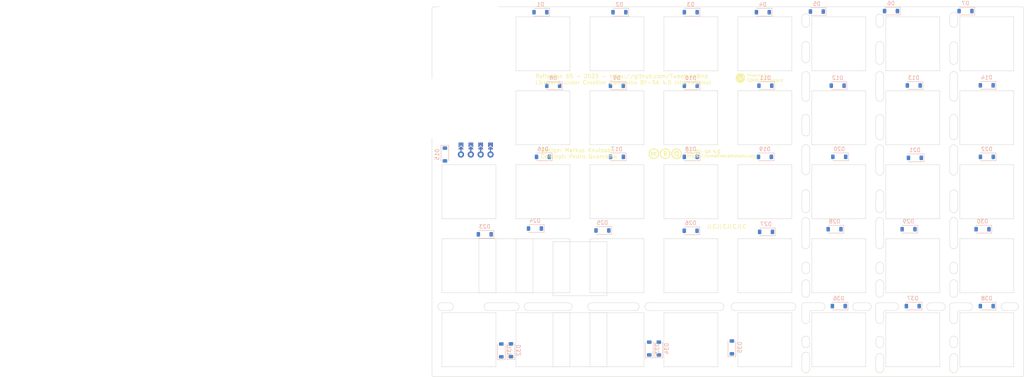
<source format=kicad_pcb>
(kicad_pcb (version 20221018) (generator pcbnew)
  (title_block (title "RefleXion - Ortho 65 Matrix") (date "2022-09-26") (rev "1.0.0") (company "Tweety's Wild Thinking") (comment 1 "Design: Markus Knutsson <markus.knutsson@tweety.se>") (comment 2 "Concept: Pedro Quaresma <pq@live.ie>") (comment 3 "https://github.com/TweetyDaBird") (comment 4 "Licensed under Creative Commons BY-SA 4.0 International"))
  (layers (0 "F.Cu" signal) (31 "B.Cu" signal) (34 "B.Paste" user) (35 "F.Paste" user) (36 "B.SilkS" user "B.Silkscreen") (37 "F.SilkS" user "F.Silkscreen") (38 "B.Mask" user) (39 "F.Mask" user) (44 "Edge.Cuts" user))
  (net 0 "")
  (net 1 "Row0")
  (net 2 "Row1")
  (net 3 "Row2")
  (net 4 "Row3")
  (net 5 "Net-(D4-A)")
  (net 6 "Row4")
  (net 7 "Enc3")
  (net 8 "Net-(D8-A)")
  (net 9 "Net-(D9-A)")
  (net 10 "Net-(D10-A)")
  (net 11 "Net-(D11-A)")
  (net 12 "Net-(D12-A)")
  (net 13 "Net-(D13-A)")
  (net 14 "Net-(D14-A)")
  (net 15 "Net-(D16-A)")
  (net 16 "Net-(D17-A)")
  (net 17 "Net-(D18-A)")
  (net 18 "Net-(D19-A)")
  (net 19 "Net-(D20-A)")
  (net 20 "Net-(D21-A)")
  (net 21 "Net-(D26-A)")
  (net 22 "Net-(D27-A)")
  (net 23 "Enc4")
  (net 24 "Enc5")
  (net 25 "Enc1")
  (net 26 "Enc2")
  (net 27 "GND")
  (net 28 "Net-(D34-A)")
  (net 29 "Enc6")
  (net 30 "Enc7")
  (net 31 "Enc8")
  (net 32 "Enc10")
  (net 33 "Enc9")
  (net 34 "Net-(D35-A)")
  (net 35 "Enc11")
  (net 36 "Net-(D1-A)")
  (net 37 "Net-(D2-A)")
  (net 38 "Net-(D3-A)")
  (net 39 "Net-(D22-A)")
  (net 40 "Net-(D23-A)")
  (net 41 "Net-(D24-A)")
  (net 42 "Net-(D25-A)")
  (net 43 "Net-(D32-A)")
  (net 44 "Net-(D33-A)")
  (net 45 "+5V")
  (net 46 "SCL")
  (net 47 "SDA")
  (footprint "Keyboard_Plate:SW_MX_Plate_Placeholder_nodrill_NOBORDER_13,9" (layer "F.Cu") (at 212.481563 85.981588)
    (fp_text reference "SW22" hide)
    (fp_text value "SW_Push" hide)
    (fp_line (start -6.95 -6.95) (end -6.95 6.95) (stroke (width 0.1)) (layer "Edge.Cuts"))
    (fp_line (start -6.95 6.95) (end 6.95 6.95) (stroke (width 0.1)) (layer "Edge.Cuts"))
    (fp_line (start 6.95 -6.95) (end -6.95 -6.95) (stroke (width 0.1)) (layer "Edge.Cuts"))
    (fp_line (start 6.95 6.95) (end 6.95 -6.95) (stroke (width 0.1)) (layer "Edge.Cuts"))
  )
  (footprint "Keyboard Stabilizer:Stabilizer_Cherry_MX_2.00u" (layer "F.Cu") (at -25.702 81.135)
    (fp_text reference "ST2" hide)
    (fp_text value "Stabilizer_2u_MX")
    (pad "" np_thru_hole circle (at -11.938 -6.985) (size 3.048 3.048) (drill 3.048) (layers "*.Cu" "*.Mask"))
    (pad "" np_thru_hole circle (at -11.938 8.225) (size 3.9878 3.9878) (drill 3.9878) (layers "*.Cu" "*.Mask"))
    (pad "" np_thru_hole circle (at 11.938 -6.985) (size 3.048 3.048) (drill 3.048) (layers "*.Cu" "*.Mask"))
    (pad "" np_thru_hole circle (at 11.938 8.225) (size 3.9878 3.9878) (drill 3.9878) (layers "*.Cu" "*.Mask"))
  )
  (footprint "Keyboard_Plate:SW_MX_Plate_Placeholder_nodrill_NOBORDER_13,9" (layer "F.Cu") (at 117.231563 124.081588)
    (fp_text reference "SW36" hide)
    (fp_text value "SW_Push" hide)
    (fp_line (start -6.95 -6.95) (end -6.95 6.95) (stroke (width 0.1)) (layer "Edge.Cuts"))
    (fp_line (start -6.95 6.95) (end 6.95 6.95) (stroke (width 0.1)) (layer "Edge.Cuts"))
    (fp_line (start 6.95 -6.95) (end -6.95 -6.95) (stroke (width 0.1)) (layer "Edge.Cuts"))
    (fp_line (start 6.95 6.95) (end 6.95 -6.95) (stroke (width 0.1)) (layer "Edge.Cuts"))
  )
  (footprint "Keyboard_Plate:SW_MX_Plate_Placeholder_nodrill_NOBORDER_13,9" (layer "F.Cu") (at 212.481563 66.931588)
    (fp_text reference "SW14" hide)
    (fp_text value "SW_Push" hide)
    (fp_line (start -6.95 -6.95) (end -6.95 6.95) (stroke (width 0.1)) (layer "Edge.Cuts"))
    (fp_line (start -6.95 6.95) (end 6.95 6.95) (stroke (width 0.1)) (layer "Edge.Cuts"))
    (fp_line (start 6.95 -6.95) (end -6.95 -6.95) (stroke (width 0.1)) (layer "Edge.Cuts"))
    (fp_line (start 6.95 6.95) (end 6.95 -6.95) (stroke (width 0.1)) (layer "Edge.Cuts"))
  )
  (footprint "Keyboard_Plate:SW_MX_Plate_Placeholder_nodrill_NOBORDER_13,9" (layer "F.Cu") (at 136.259063 66.931588)
    (fp_text reference "SW10" hide)
    (fp_text value "SW_Push" hide)
    (fp_line (start -6.95 -6.95) (end -6.95 6.95) (stroke (width 0.1)) (layer "Edge.Cuts"))
    (fp_line (start -6.95 6.95) (end 6.95 6.95) (stroke (width 0.1)) (layer "Edge.Cuts"))
    (fp_line (start 6.95 -6.95) (end -6.95 -6.95) (stroke (width 0.1)) (layer "Edge.Cuts"))
    (fp_line (start 6.95 6.95) (end 6.95 -6.95) (stroke (width 0.1)) (layer "Edge.Cuts"))
  )
  (footprint "Keyboard_Plate:SW_MX_Plate_Placeholder_nodrill_NOBORDER_13,9" (layer "F.Cu") (at 136.281563 124.081588)
    (fp_text reference "SW37" hide)
    (fp_text value "SW_Push" hide)
    (fp_line (start -6.95 -6.95) (end -6.95 6.95) (stroke (width 0.1)) (layer "Edge.Cuts"))
    (fp_line (start -6.95 6.95) (end 6.95 6.95) (stroke (width 0.1)) (layer "Edge.Cuts"))
    (fp_line (start 6.95 -6.95) (end -6.95 -6.95) (stroke (width 0.1)) (layer "Edge.Cuts"))
    (fp_line (start 6.95 6.95) (end 6.95 -6.95) (stroke (width 0.1)) (layer "Edge.Cuts"))
  )
  (footprint "Keyboard_Plate:SW_MX_Plate_Placeholder_nodrill_NOBORDER_13,9" (layer "F.Cu") (at 174.381563 124.081588)
    (fp_text reference "SW39" hide)
    (fp_text value "SW_Push" hide)
    (fp_line (start -6.95 -6.95) (end -6.95 6.95) (stroke (width 0.1)) (layer "Edge.Cuts"))
    (fp_line (start -6.95 6.95) (end 6.95 6.95) (stroke (width 0.1)) (layer "Edge.Cuts"))
    (fp_line (start 6.95 -6.95) (end -6.95 -6.95) (stroke (width 0.1)) (layer "Edge.Cuts"))
    (fp_line (start 6.95 6.95) (end 6.95 -6.95) (stroke (width 0.1)) (layer "Edge.Cuts"))
  )
  (footprint "Keyboard_Plate:SW_MX_Plate_Placeholder_nodrill_NOBORDER_13,9" (layer "F.Cu") (at 155.331563 47.881588)
    (fp_text reference "SW4" hide)
    (fp_text value "SW_Push" hide)
    (fp_line (start -6.95 -6.95) (end -6.95 6.95) (stroke (width 0.1)) (layer "Edge.Cuts"))
    (fp_line (start -6.95 6.95) (end 6.95 6.95) (stroke (width 0.1)) (layer "Edge.Cuts"))
    (fp_line (start 6.95 -6.95) (end -6.95 -6.95) (stroke (width 0.1)) (layer "Edge.Cuts"))
    (fp_line (start 6.95 6.95) (end 6.95 -6.95) (stroke (width 0.1)) (layer "Edge.Cuts"))
  )
  (footprint "Keyboard_Plate:SW_MX_Plate_Placeholder_nodrill_NOBORDER_13,9" (layer "F.Cu") (at 98.181563 105.031588)
    (fp_text reference "SW25" hide)
    (fp_text value "SW_Push" hide)
    (fp_line (start -6.95 -6.95) (end -6.95 6.95) (stroke (width 0.1)) (layer "Edge.Cuts"))
    (fp_line (start -6.95 6.95) (end 6.95 6.95) (stroke (width 0.1)) (layer "Edge.Cuts"))
    (fp_line (start 6.95 -6.95) (end -6.95 -6.95) (stroke (width 0.1)) (layer "Edge.Cuts"))
    (fp_line (start 6.95 6.95) (end 6.95 -6.95) (stroke (width 0.1)) (layer "Edge.Cuts"))
  )
  (footprint "Keyboard_Plate:SW_MX_Plate_Placeholder_nodrill_NOBORDER_13,9" (layer "F.Cu") (at 155.331563 124.081588)
    (fp_text reference "SW38" hide)
    (fp_text value "SW_Push" hide)
    (fp_line (start -6.95 -6.95) (end -6.95 6.95) (stroke (width 0.1)) (layer "Edge.Cuts"))
    (fp_line (start -6.95 6.95) (end 6.95 6.95) (stroke (width 0.1)) (layer "Edge.Cuts"))
    (fp_line (start 6.95 -6.95) (end -6.95 -6.95) (stroke (width 0.1)) (layer "Edge.Cuts"))
    (fp_line (start 6.95 6.95) (end 6.95 -6.95) (stroke (width 0.1)) (layer "Edge.Cuts"))
  )
  (footprint "Keyboard Common:SSD1306-0.91-OLED-4pin-128x32 doublesided" (layer "F.Cu") (at 80.879063 57.876588 -90)
    (fp_text reference "OLED1" hide)
    (fp_text value "OLED_4pin")
    (pad "1" smd custom (at 15.681 -3.81 180) (size 1.2 0.5) (layers "B.Cu" "B.Mask") (net 27 "GND") (options (clearance outline) (anchor rect)) (primitives (gr_poly (pts (xy 0.6 0) (xy -0.6 0) (xy -0.6 -1) (xy 0 -0.4) (xy 0.6 -1)) (width 0) (fill yes))))
    (pad "1" smd custom (at 15.681 3.81 180) (size 1.2 0.5) (layers "F.Cu" "F.Mask") (net 27 "GND") (options (clearance outline) (anchor rect)) (primitives (gr_poly (pts (xy -0.6 0) (xy 0.6 0) (xy 0.6 -1) (xy 0 -0.4) (xy -0.6 -1)) (width 0) (fill yes))))
    (pad "2" smd custom (at 15.681 -1.27 180) (size 1.2 0.5) (layers "B.Cu" "B.Mask") (net 45 "+5V") (options (clearance outline) (anchor rect)) (primitives (gr_poly (pts (xy 0.6 0) (xy -0.6 0) (xy -0.6 -1) (xy 0 -0.4) (xy 0.6 -1)) (width 0) (fill yes))))
    (pad "2" smd custom (at 15.681 1.27 180) (size 1.2 0.5) (layers "F.Cu" "F.Mask") (net 45 "+5V") (options (clearance outline) (anchor rect)) (primitives (gr_poly (pts (xy -0.6 0) (xy 0.6 0) (xy 0.6 -1) (xy 0 -0.4) (xy -0.6 -1)) (width 0) (fill yes))))
    (pad "3" smd custom (at 15.681 -1.27 180) (size 1.2 0.5) (layers "F.Cu" "F.Mask") (net 46 "SCL") (options (clearance outline) (anchor rect)) (primitives (gr_poly (pts (xy -0.6 0) (xy 0.6 0) (xy 0.6 -1) (xy 0 -0.4) (xy -0.6 -1)) (width 0) (fill yes))))
    (pad "3" smd custom (at 15.681 1.27 180) (size 1.2 0.5) (layers "B.Cu" "B.Mask") (net 46 "SCL") (options (clearance outline) (anchor rect)) (primitives (gr_poly (pts (xy 0.6 0) (xy -0.6 0) (xy -0.6 -1) (xy 0 -0.4) (xy 0.6 -1)) (width 0) (fill yes))))
    (pad "4" smd custom (at 15.681 -3.81 180) (size 1.2 0.5) (layers "F.Cu" "F.Mask") (net 47 "SDA") (options (clearance outline) (anchor rect)) (primitives (gr_poly (pts (xy -0.6 0) (xy 0.6 0) (xy 0.6 -1) (xy 0 -0.4) (xy -0.6 -1)) (width 0) (fill yes))))
    (pad "4" smd custom (at 15.681 3.81 180) (size 1.2 0.5) (layers "B.Cu" "B.Mask") (net 47 "SDA") (options (clearance outline) (anchor rect)) (primitives (gr_poly (pts (xy 0.6 0) (xy -0.6 0) (xy -0.6 -1) (xy 0 -0.4) (xy 0.6 -1)) (width 0) (fill yes))))
    (pad "A" smd custom (at 16.767 3.81 180) (size 0.1 0.1) (layers "F.Cu" "F.Mask") (options (clearance outline) (anchor rect)) (primitives (gr_poly (pts (xy -0.6 -0.2) (xy 0 0.4) (xy 0.6 -0.2) (xy 0.6 -0.4) (xy -0.6 -0.4)) (width 0) (fill yes))))
    (pad "A" smd custom (at 16.767 3.81 180) (size 0.1 0.1) (layers "B.Cu" "B.Mask") (options (clearance outline) (anchor rect)) (primitives (gr_poly (pts (xy 0.6 -0.2) (xy 0 0.4) (xy -0.6 -0.2) (xy -0.6 -0.4) (xy 0.6 -0.4)) (width 0) (fill yes))))
    (pad "A" smd custom (at 17.275 3.81 180) (size 0.25 1) (layers "F.Cu") (options (clearance outline) (anchor rect)) (primitives))
    (pad "A" smd custom (at 17.275 3.81 180) (size 0.25 1) (layers "B.Cu") (options (clearance outline) (anchor rect)) (primitives))
    (pad "A" thru_hole circle (at 18.5 3.81 270) (size 1.6 1.6) (drill 0.8) (layers "*.Cu" "*.Mask"))
    (pad "B" smd custom (at 16.767 1.27 180) (size 0.1 0.1) (layers "F.Cu" "F.Mask") (options (clearance outline) (anchor rect)) (primitives (gr_poly (pts (xy -0.6 -0.2) (xy 0 0.4) (xy 0.6 -0.2) (xy 0.6 -0.4) (xy -0.6 -0.4)) (width 0) (fill yes))))
    (pad "B" smd custom (at 16.767 1.27 180) (size 0.1 0.1) (layers "B.Cu" "B.Mask") (options (clearance outline) (anchor rect)) (primitives (gr_poly (pts (xy 0.6 -0.2) (xy 0 0.4) (xy -0.6 -0.2) (xy -0.6 -0.4) (xy 0.6 -0.4)) (width 0) (fill yes))))
    (pad "B" smd custom (at 17.275 1.27 180) (size 0.25 1) (layers "F.Cu") (options (clearance outline) (anchor rect)) (primitives))
    (pad "B" smd custom (at 17.275 1.27 180) (size 0.25 1) (layers "B.Cu") (options (clearance outline) (anchor rect)) (primitives))
    (pad "B" thru_hole circle (at 18.5 1.27 270) (size 1.6 1.6) (drill 0.8) (layers "*.Cu" "*.Mask"))
    (pad "C" smd custom (at 16.767 -1.27 180) (size 0.1 0.1) (layers "F.Cu" "F.Mask") (options (clearance outline) (anchor rect)) (primitives (gr_poly (pts (xy -0.6 -0.2) (xy 0 0.4) (xy 0.6 -0.2) (xy 0.6 -0.4) (xy -0.6 -0.4)) (width 0) (fill yes))))
    (pad "C" smd custom (at 16.767 -1.27 180) (size 0.1 0.1) (layers "B.Cu" "B.Mask") (options (clearance outline) (anchor rect)) (primitives (gr_poly (pts (xy 0.6 -0.2) (xy 0 0.4) (xy -0.6 -0.2) (xy -0.6 -0.4) (xy 0.6 -0.4)) (width 0) (fill yes))))
    (pad "C" smd custom (at 17.275 -1.27 180) (size 0.25 1) (layers "F.Cu") (options (clearance outline) (anchor rect)) (primitives))
    (pad "C" smd custom (at 17.275 -1.27 180) (size 0.25 1) (layers "B.Cu") (options (clearance outline) (anchor rect)) (primitives))
    (pad "C" thru_hole circle (at 18.5 -1.27 270) (size 1.6 1.6) (drill 0.8) (layers "*.Cu" "*.Mask"))
    (pad "D" smd custom (at 16.767 -3.81 180) (size 0.1 0.1) (layers "F.Cu" "F.Mask") (options (clearance outline) (anchor rect)) (primitives (gr_poly (pts (xy -0.6 -0.2) (xy 0 0.4) (xy 0.6 -0.2) (xy 0.6 -0.4) (xy -0.6 -0.4)) (width 0) (fill yes))))
    (pad "D" smd custom (at 16.767 -3.81 180) (size 0.1 0.1) (layers "B.Cu" "B.Mask") (options (clearance outline) (anchor rect)) (primitives (gr_poly (pts (xy 0.6 -0.2) (xy 0 0.4) (xy -0.6 -0.2) (xy -0.6 -0.4) (xy 0.6 -0.4)) (width 0) (fill yes))))
    (pad "D" smd custom (at 17.275 -3.81 180) (size 0.25 1) (layers "F.Cu") (options (clearance outline) (anchor rect)) (primitives))
    (pad "D" smd custom (at 17.275 -3.81 180) (size 0.25 1) (layers "B.Cu") (options (clearance outline) (anchor rect)) (primitives))
    (pad "D" thru_hole circle (at 18.5 -3.81 270) (size 1.6 1.6) (drill 0.8) (layers "*.Cu" "*.Mask"))
  )
  (footprint "Keyboard_Plate:SW_MX_Plate_Placeholder_nodrill_NOBORDER_13,9" (layer "F.Cu") (at 98.181563 66.931588)
    (fp_text reference "SW8" hide)
    (fp_text value "SW_Push" hide)
    (fp_line (start -6.95 -6.95) (end -6.95 6.95) (stroke (width 0.1)) (layer "Edge.Cuts"))
    (fp_line (start -6.95 6.95) (end 6.95 6.95) (stroke (width 0.1)) (layer "Edge.Cuts"))
    (fp_line (start 6.95 -6.95) (end -6.95 -6.95) (stroke (width 0.1)) (layer "Edge.Cuts"))
    (fp_line (start 6.95 6.95) (end 6.95 -6.95) (stroke (width 0.1)) (layer "Edge.Cuts"))
  )
  (footprint "Logotypes:CC_BY_SA_40_line" (layer "F.Cu") (at 138.701511 76.085)
    (fp_text reference "Logo1")
    (fp_text value "CC-BY-SA-4.0" hide)
    (fp_text user "https://creativecommons.org" (at 5.41 0.64) (layer "F.SilkS") (effects (font (size 0.8 0.8))))
    (fp_text user "CC BY-SA 4.0" (at 0.857619 -0.47) (layer "F.SilkS") (effects (font (size 0.8 0.8))))
  )
  (footprint "Keyboard_Plate:SW_MX_Plate_Placeholder_nodrill_NOBORDER_13,9" (layer "F.Cu") (at 193.431563 66.931588)
    (fp_text reference "SW13" hide)
    (fp_text value "SW_Push" hide)
    (fp_line (start -6.95 -6.95) (end -6.95 6.95) (stroke (width 0.1)) (layer "Edge.Cuts"))
    (fp_line (start -6.95 6.95) (end 6.95 6.95) (stroke (width 0.1)) (layer "Edge.Cuts"))
    (fp_line (start 6.95 -6.95) (end -6.95 -6.95) (stroke (width 0.1)) (layer "Edge.Cuts"))
    (fp_line (start 6.95 6.95) (end 6.95 -6.95) (stroke (width 0.1)) (layer "Edge.Cuts"))
  )
  (footprint "Keyboard_Plate:SW_MX_Plate_Placeholder_nodrill_NOBORDER_13,9" (layer "F.Cu") (at 174.381563 66.931588)
    (fp_text reference "SW12" hide)
    (fp_text value "SW_Push" hide)
    (fp_line (start -6.95 -6.95) (end -6.95 6.95) (stroke (width 0.1)) (layer "Edge.Cuts"))
    (fp_line (start -6.95 6.95) (end 6.95 6.95) (stroke (width 0.1)) (layer "Edge.Cuts"))
    (fp_line (start 6.95 -6.95) (end -6.95 -6.95) (stroke (width 0.1)) (layer "Edge.Cuts"))
    (fp_line (start 6.95 6.95) (end 6.95 -6.95) (stroke (width 0.1)) (layer "Edge.Cuts"))
  )
  (footprint "Keyboard_Plate:SW_MX_Plate_Placeholder_nodrill_NOBORDER_13,9" (layer "F.Cu") (at 98.181563 85.981588)
    (fp_text reference "SW16" hide)
    (fp_text value "SW_Push" hide)
    (fp_line (start -6.95 -6.95) (end -6.95 6.95) (stroke (width 0.1)) (layer "Edge.Cuts"))
    (fp_line (start -6.95 6.95) (end 6.95 6.95) (stroke (width 0.1)) (layer "Edge.Cuts"))
    (fp_line (start 6.95 -6.95) (end -6.95 -6.95) (stroke (width 0.1)) (layer "Edge.Cuts"))
    (fp_line (start 6.95 6.95) (end 6.95 -6.95) (stroke (width 0.1)) (layer "Edge.Cuts"))
  )
  (footprint "Keyboard_Plate:SW_MX_Plate_Placeholder_nodrill_NOBORDER_13,9" (layer "F.Cu") (at 79.131563 124.081588)
    (fp_text reference "SW33" hide)
    (fp_text value "SW_Push" hide)
    (fp_line (start -6.95 -6.95) (end -6.95 6.95) (stroke (width 0.1)) (layer "Edge.Cuts"))
    (fp_line (start -6.95 6.95) (end 6.95 6.95) (stroke (width 0.1)) (layer "Edge.Cuts"))
    (fp_line (start 6.95 -6.95) (end -6.95 -6.95) (stroke (width 0.1)) (layer "Edge.Cuts"))
    (fp_line (start 6.95 6.95) (end 6.95 -6.95) (stroke (width 0.1)) (layer "Edge.Cuts"))
  )
  (footprint "Keyboard_Plate:SW_MX_Plate_Placeholder_nodrill_NOBORDER_13,9" (layer "F.Cu") (at 136.281563 85.981588)
    (fp_text reference "SW18" hide)
    (fp_text value "SW_Push" hide)
    (fp_line (start -6.95 -6.95) (end -6.95 6.95) (stroke (width 0.1)) (layer "Edge.Cuts"))
    (fp_line (start -6.95 6.95) (end 6.95 6.95) (stroke (width 0.1)) (layer "Edge.Cuts"))
    (fp_line (start 6.95 -6.95) (end -6.95 -6.95) (stroke (width 0.1)) (layer "Edge.Cuts"))
    (fp_line (start 6.95 6.95) (end 6.95 -6.95) (stroke (width 0.1)) (layer "Edge.Cuts"))
  )
  (footprint "Keyboard_Plate:SW_MX_Plate_Placeholder_nodrill_NOBORDER_13,9" (layer "F.Cu") (at 117.231563 66.931588)
    (fp_text reference "SW9" hide)
    (fp_text value "SW_Push" hide)
    (fp_line (start -6.95 -6.95) (end -6.95 6.95) (stroke (width 0.1)) (layer "Edge.Cuts"))
    (fp_line (start -6.95 6.95) (end 6.95 6.95) (stroke (width 0.1)) (layer "Edge.Cuts"))
    (fp_line (start 6.95 -6.95) (end -6.95 -6.95) (stroke (width 0.1)) (layer "Edge.Cuts"))
    (fp_line (start 6.95 6.95) (end 6.95 -6.95) (stroke (width 0.1)) (layer "Edge.Cuts"))
  )
  (footprint "Keyboard_Plate:SW_MX_Plate_Placeholder_nodrill_NOBORDER_13,9" (layer "F.Cu") (at 136.281563 47.881588)
    (fp_text reference "SW3" hide)
    (fp_text value "SW_Push" hide)
    (fp_line (start -6.95 -6.95) (end -6.95 6.95) (stroke (width 0.1)) (layer "Edge.Cuts"))
    (fp_line (start -6.95 6.95) (end 6.95 6.95) (stroke (width 0.1)) (layer "Edge.Cuts"))
    (fp_line (start 6.95 -6.95) (end -6.95 -6.95) (stroke (width 0.1)) (layer "Edge.Cuts"))
    (fp_line (start 6.95 6.95) (end 6.95 -6.95) (stroke (width 0.1)) (layer "Edge.Cuts"))
  )
  (footprint "Keyboard Stabilizer:Stabilizer_Cherry_MX_2.00u" (layer "F.Cu") (at -25.702 101.885)
    (fp_text reference "ST3" hide)
    (fp_text value "Stabilizer_2u_MX")
    (pad "" np_thru_hole circle (at -11.938 -6.985) (size 3.048 3.048) (drill 3.048) (layers "*.Cu" "*.Mask"))
    (pad "" np_thru_hole circle (at -11.938 8.225) (size 3.9878 3.9878) (drill 3.9878) (layers "*.Cu" "*.Mask"))
    (pad "" np_thru_hole circle (at 11.938 -6.985) (size 3.048 3.048) (drill 3.048) (layers "*.Cu" "*.Mask"))
    (pad "" np_thru_hole circle (at 11.938 8.225) (size 3.9878 3.9878) (drill 3.9878) (layers "*.Cu" "*.Mask"))
  )
  (footprint "Keyboard_Plate:SW_MX_Plate_Placeholder_nodrill_NOBORDER_13,9" (layer "F.Cu") (at 174.381563 85.981588)
    (fp_text reference "SW20" hide)
    (fp_text value "SW_Push" hide)
    (fp_line (start -6.95 -6.95) (end -6.95 6.95) (stroke (width 0.1)) (layer "Edge.Cuts"))
    (fp_line (start -6.95 6.95) (end 6.95 6.95) (stroke (width 0.1)) (layer "Edge.Cuts"))
    (fp_line (start 6.95 -6.95) (end -6.95 -6.95) (stroke (width 0.1)) (layer "Edge.Cuts"))
    (fp_line (start 6.95 6.95) (end 6.95 -6.95) (stroke (width 0.1)) (layer "Edge.Cuts"))
  )
  (footprint "Keyboard_Plate:SW_MX_Plate_Placeholder_nodrill_NOBORDER_13,9" (layer "F.Cu") (at 155.331563 85.981588)
    (fp_text reference "SW19" hide)
    (fp_text value "SW_Push" hide)
    (fp_line (start -6.95 -6.95) (end -6.95 6.95) (stroke (width 0.1)) (layer "Edge.Cuts"))
    (fp_line (start -6.95 6.95) (end 6.95 6.95) (stroke (width 0.1)) (layer "Edge.Cuts"))
    (fp_line (start 6.95 -6.95) (end -6.95 -6.95) (stroke (width 0.1)) (layer "Edge.Cuts"))
    (fp_line (start 6.95 6.95) (end 6.95 -6.95) (stroke (width 0.1)) (layer "Edge.Cuts"))
  )
  (footprint "Keyboard_Plate:SW_MX_Plate_Placeholder_nodrill_NOBORDER_13,9" (layer "F.Cu") (at 193.431563 85.981588)
    (fp_text reference "SW21" hide)
    (fp_text value "SW_Push" hide)
    (fp_line (start -6.95 -6.95) (end -6.95 6.95) (stroke (width 0.1)) (layer "Edge.Cuts"))
    (fp_line (start -6.95 6.95) (end 6.95 6.95) (stroke (width 0.1)) (layer "Edge.Cuts"))
    (fp_line (start 6.95 -6.95) (end -6.95 -6.95) (stroke (width 0.1)) (layer "Edge.Cuts"))
    (fp_line (start 6.95 6.95) (end 6.95 -6.95) (stroke (width 0.1)) (layer "Edge.Cuts"))
  )
  (footprint "Keyboard_Plate:SW_MX_Plate_Placeholder_nodrill_NOBORDER_13,9" (layer "F.Cu") (at 98.181563 124.081588)
    (fp_text reference "SW34" hide)
    (fp_text value "SW_Push" hide)
    (fp_line (start -6.95 -6.95) (end -6.95 6.95) (stroke (width 0.1)) (layer "Edge.Cuts"))
    (fp_line (start -6.95 6.95) (end 6.95 6.95) (stroke (width 0.1)) (layer "Edge.Cuts"))
    (fp_line (start 6.95 -6.95) (end -6.95 -6.95) (stroke (width 0.1)) (layer "Edge.Cuts"))
    (fp_line (start 6.95 6.95) (end 6.95 -6.95) (stroke (width 0.1)) (layer "Edge.Cuts"))
  )
  (footprint "Keyboard_Plate:SW_MX_Plate_Placeholder_nodrill_NOBORDER_13,9" (layer "F.Cu") (at 107.706563 124.091588 180)
    (fp_text reference "SW35" hide)
    (fp_text value "SW_Push" hide)
    (fp_line (start -6.95 -6.95) (end -6.95 6.95) (stroke (width 0.1)) (layer "Edge.Cuts"))
    (fp_line (start -6.95 6.95) (end 6.95 6.95) (stroke (width 0.1)) (layer "Edge.Cuts"))
    (fp_line (start 6.95 -6.95) (end -6.95 -6.95) (stroke (width 0.1)) (layer "Edge.Cuts"))
    (fp_line (start 6.95 6.95) (end 6.95 -6.95) (stroke (width 0.1)) (layer "Edge.Cuts"))
  )
  (footprint "Keyboard_Plate:SW_MX_Plate_Placeholder_nodrill_NOBORDER_13,9" (layer "F.Cu") (at 174.381563 105.031588)
    (fp_text reference "SW30" hide)
    (fp_text value "SW_Push" hide)
    (fp_line (start -6.95 -6.95) (end -6.95 6.95) (stroke (width 0.1)) (layer "Edge.Cuts"))
    (fp_line (start -6.95 6.95) (end 6.95 6.95) (stroke (width 0.1)) (layer "Edge.Cuts"))
    (fp_line (start 6.95 -6.95) (end -6.95 -6.95) (stroke (width 0.1)) (layer "Edge.Cuts"))
    (fp_line (start 6.95 6.95) (end 6.95 -6.95) (stroke (width 0.1)) (layer "Edge.Cuts"))
  )
  (footprint "Keyboard Stabilizer:Stabilizer_Cherry_MX_2.00u" (layer "F.Cu") (at -25.702 60.385)
    (fp_text reference "ST1" hide)
    (fp_text value "Stabilizer_2u_MX")
    (pad "" np_thru_hole circle (at -11.938 -6.985) (size 3.048 3.048) (drill 3.048) (layers "*.Cu" "*.Mask"))
    (pad "" np_thru_hole circle (at -11.938 8.225) (size 3.9878 3.9878) (drill 3.9878) (layers "*.Cu" "*.Mask"))
    (pad "" np_thru_hole circle (at 11.938 -6.985) (size 3.048 3.048) (drill 3.048) (layers "*.Cu" "*.Mask"))
    (pad "" np_thru_hole circle (at 11.938 8.225) (size 3.9878 3.9878) (drill 3.9878) (layers "*.Cu" "*.Mask"))
  )
  (footprint "Keyboard_Plate:SW_MX_Plate_Placeholder_nodrill_NOBORDER_13,9" (layer "F.Cu") (at 79.131563 105.031588)
    (fp_text reference "SW23" hide)
    (fp_text value "SW_Push" hide)
    (fp_line (start -6.95 -6.95) (end -6.95 6.95) (stroke (width 0.1)) (layer "Edge.Cuts"))
    (fp_line (start -6.95 6.95) (end 6.95 6.95) (stroke (width 0.1)) (layer "Edge.Cuts"))
    (fp_line (start 6.95 -6.95) (end -6.95 -6.95) (stroke (width 0.1)) (layer "Edge.Cuts"))
    (fp_line (start 6.95 6.95) (end 6.95 -6.95) (stroke (width 0.1)) (layer "Edge.Cuts"))
  )
  (footprint "Keyboard_Plate:SW_MX_Plate_Placeholder_nodrill_NOBORDER_13,9" (layer "F.Cu") (at 117.231563 85.981588)
    (fp_text reference "SW17" hide)
    (fp_text value "SW_Push" hide)
    (fp_line (start -6.95 -6.95) (end -6.95 6.95) (stroke (width 0.1)) (layer "Edge.Cuts"))
    (fp_line (start -6.95 6.95) (end 6.95 6.95) (stroke (width 0.1)) (layer "Edge.Cuts"))
    (fp_line (start 6.95 -6.95) (end -6.95 -6.95) (stroke (width 0.1)) (layer "Edge.Cuts"))
    (fp_line (start 6.95 6.95) (end 6.95 -6.95) (stroke (width 0.1)) (layer "Edge.Cuts"))
  )
  (footprint "Keyboard_Plate:SW_MX_Plate_Placeholder_nodrill_NOBORDER_13,9" (layer "F.Cu") (at 174.381563 47.881588)
    (fp_text reference "SW5" hide)
    (fp_text value "SW_Push" hide)
    (fp_line (start -6.95 -6.95) (end -6.95 6.95) (stroke (width 0.1)) (layer "Edge.Cuts"))
    (fp_line (start -6.95 6.95) (end 6.95 6.95) (stroke (width 0.1)) (layer "Edge.Cuts"))
    (fp_line (start 6.95 -6.95) (end -6.95 -6.95) (stroke (width 0.1)) (layer "Edge.Cuts"))
    (fp_line (start 6.95 6.95) (end 6.95 -6.95) (stroke (width 0.1)) (layer "Edge.Cuts"))
  )
  (footprint "Keyboard_Plate:SW_MX_Plate_Placeholder_nodrill_NOBORDER_13,9" (layer "F.Cu") (at 136.281563 105.031588)
    (fp_text reference "SW28" hide)
    (fp_text value "SW_Push" hide)
    (fp_line (start -6.95 -6.95) (end -6.95 6.95) (stroke (width 0.1)) (layer "Edge.Cuts"))
    (fp_line (start -6.95 6.95) (end 6.95 6.95) (stroke (width 0.1)) (layer "Edge.Cuts"))
    (fp_line (start 6.95 -6.95) (end -6.95 -6.95) (stroke (width 0.1)) (layer "Edge.Cuts"))
    (fp_line (start 6.95 6.95) (end 6.95 -6.95) (stroke (width 0.1)) (layer "Edge.Cuts"))
  )
  (footprint "Keyboard_Plate:SW_MX_Plate_Placeholder_nodrill_NOBORDER_13,9" (layer "F.Cu") (at 212.481563 47.881588)
    (fp_text reference "SW7" hide)
    (fp_text value "SW_Push" hide)
    (fp_line (start -6.95 -6.95) (end -6.95 6.95) (stroke (width 0.1)) (layer "Edge.Cuts"))
    (fp_line (start -6.95 6.95) (end 6.95 6.95) (stroke (width 0.1)) (layer "Edge.Cuts"))
    (fp_line (start 6.95 -6.95) (end -6.95 -6.95) (stroke (width 0.1)) (layer "Edge.Cuts"))
    (fp_line (start 6.95 6.95) (end 6.95 -6.95) (stroke (width 0.1)) (layer "Edge.Cuts"))
  )
  (footprint "Keyboard_Plate:SW_MX_Plate_Placeholder_nodrill_NOBORDER_13,9" (layer "F.Cu") (at 193.431563 105.031588)
    (fp_text reference "SW31" hide)
    (fp_text value "SW_Push" hide)
    (fp_line (start -6.95 -6.95) (end -6.95 6.95) (stroke (width 0.1)) (layer "Edge.Cuts"))
    (fp_line (start -6.95 6.95) (end 6.95 6.95) (stroke (width 0.1)) (layer "Edge.Cuts"))
    (fp_line (start 6.95 -6.95) (end -6.95 -6.95) (stroke (width 0.1)) (layer "Edge.Cuts"))
    (fp_line (start 6.95 6.95) (end 6.95 -6.95) (stroke (width 0.1)) (layer "Edge.Cuts"))
  )
  (footprint "Keyboard_Plate:SW_MX_Plate_Placeholder_nodrill_NOBORDER_13,9" (layer "F.Cu") (at 193.431563 47.881588)
    (fp_text reference "SW6" hide)
    (fp_text value "SW_Push" hide)
    (fp_line (start -6.95 -6.95) (end -6.95 6.95) (stroke (width 0.1)) (layer "Edge.Cuts"))
    (fp_line (start -6.95 6.95) (end 6.95 6.95) (stroke (width 0.1)) (layer "Edge.Cuts"))
    (fp_line (start 6.95 -6.95) (end -6.95 -6.95) (stroke (width 0.1)) (layer "Edge.Cuts"))
    (fp_line (start 6.95 6.95) (end 6.95 -6.95) (stroke (width 0.1)) (layer "Edge.Cuts"))
  )
  (footprint "Keyboard_Plate:SW_MX_Plate_Placeholder_nodrill_NOBORDER_13,9" (layer "F.Cu") (at 212.481563 124.081588)
    (fp_text reference "SW41" hide)
    (fp_text value "SW_Push" hide)
    (fp_line (start -6.95 -6.95) (end -6.95 6.95) (stroke (width 0.1)) (layer "Edge.Cuts"))
    (fp_line (start -6.95 6.95) (end 6.95 6.95) (stroke (width 0.1)) (layer "Edge.Cuts"))
    (fp_line (start 6.95 -6.95) (end -6.95 -6.95) (stroke (width 0.1)) (layer "Edge.Cuts"))
    (fp_line (start 6.95 6.95) (end 6.95 -6.95) (stroke (width 0.1)) (layer "Edge.Cuts"))
  )
  (footprint "Keyboard_Plate:SW_MX_Plate_Placeholder_nodrill_NOBORDER_13,9" (layer "F.Cu") (at 88.656563 105.031588 180)
    (fp_text reference "SW24" hide)
    (fp_text value "SW_Push" hide)
    (fp_line (start -6.95 -6.95) (end -6.95 6.95) (stroke (width 0.1)) (layer "Edge.Cuts"))
    (fp_line (start -6.95 6.95) (end 6.95 6.95) (stroke (width 0.1)) (layer "Edge.Cuts"))
    (fp_line (start 6.95 -6.95) (end -6.95 -6.95) (stroke (width 0.1)) (layer "Edge.Cuts"))
    (fp_line (start 6.95 6.95) (end 6.95 -6.95) (stroke (width 0.1)) (layer "Edge.Cuts"))
  )
  (footprint "Keyboard_Plate:SW_MX_Plate_Placeholder_nodrill_NOBORDER_13,9" (layer "F.Cu") (at 155.331563 105.031588)
    (fp_text reference "SW29" hide)
    (fp_text value "SW_Push" hide)
    (fp_line (start -6.95 -6.95) (end -6.95 6.95) (stroke (width 0.1)) (layer "Edge.Cuts"))
    (fp_line (start -6.95 6.95) (end 6.95 6.95) (stroke (width 0.1)) (layer "Edge.Cuts"))
    (fp_line (start 6.95 -6.95) (end -6.95 -6.95) (stroke (width 0.1)) (layer "Edge.Cuts"))
    (fp_line (start 6.95 6.95) (end 6.95 -6.95) (stroke (width 0.1)) (layer "Edge.Cuts"))
  )
  (footprint "Keyboard_Plate:SW_MX_Plate_Placeholder_nodrill_NOBORDER_13,9" (layer "F.Cu") (at 98.181563 47.881588)
    (fp_text reference "SW1" hide)
    (fp_text value "SW_Push" hide)
    (fp_line (start -6.95 -6.95) (end -6.95 6.95) (stroke (width 0.1)) (layer "Edge.Cuts"))
    (fp_line (start -6.95 6.95) (end 6.95 6.95) (stroke (width 0.1)) (layer "Edge.Cuts"))
    (fp_line (start 6.95 -6.95) (end -6.95 -6.95) (stroke (width 0.1)) (layer "Edge.Cuts"))
    (fp_line (start 6.95 6.95) (end 6.95 -6.95) (stroke (width 0.1)) (layer "Edge.Cuts"))
  )
  (footprint "Keyboard_Plate:SW_MX_Plate_Placeholder_nodrill_NOBORDER_13,9" (layer "F.Cu") (at 107.713437 105.768412 180)
    (fp_text reference "SW26" hide)
    (fp_text value "SW_Push" hide)
    (fp_line (start -6.95 -6.95) (end -6.95 6.95) (stroke (width 0.1)) (layer "Edge.Cuts"))
    (fp_line (start -6.95 6.95) (end 6.95 6.95) (stroke (width 0.1)) (layer "Edge.Cuts"))
    (fp_line (start 6.95 -6.95) (end -6.95 -6.95) (stroke (width 0.1)) (layer "Edge.Cuts"))
    (fp_line (start 6.95 6.95) (end 6.95 -6.95) (stroke (width 0.1)) (layer "Edge.Cuts"))
  )
  (footprint "Keyboard_Plate:SW_MX_Plate_Placeholder_nodrill_NOBORDER_13,9" (layer "F.Cu") (at 117.231563 47.881588)
    (fp_text reference "SW2" hide)
    (fp_text value "SW_Push" hide)
    (fp_line (start -6.95 -6.95) (end -6.95 6.95) (stroke (width 0.1)) (layer "Edge.Cuts"))
    (fp_line (start -6.95 6.95) (end 6.95 6.95) (stroke (width 0.1)) (layer "Edge.Cuts"))
    (fp_line (start 6.95 -6.95) (end -6.95 -6.95) (stroke (width 0.1)) (layer "Edge.Cuts"))
    (fp_line (start 6.95 6.95) (end 6.95 -6.95) (stroke (width 0.1)) (layer "Edge.Cuts"))
  )
  (footprint "Keyboard_Plate:SW_MX_Plate_Placeholder_nodrill_NOBORDER_13,9" (layer "F.Cu") (at 117.231563 105.031588)
    (fp_text reference "SW27" hide)
    (fp_text value "SW_Push" hide)
    (fp_line (start -6.95 -6.95) (end -6.95 6.95) (stroke (width 0.1)) (layer "Edge.Cuts"))
    (fp_line (start -6.95 6.95) (end 6.95 6.95) (stroke (width 0.1)) (layer "Edge.Cuts"))
    (fp_line (start 6.95 -6.95) (end -6.95 -6.95) (stroke (width 0.1)) (layer "Edge.Cuts"))
    (fp_line (start 6.95 6.95) (end 6.95 -6.95) (stroke (width 0.1)) (layer "Edge.Cuts"))
  )
  (footprint "Logotypes:Powered_by_QMK" (layer "F.Cu") (at 153.89 56.68)
    (fp_text reference "Logo2" hide)
    (fp_text value "QMK_Logo" hide)
  )
  (footprint "Keyboard_Plate:SW_MX_Plate_Placeholder_nodrill_NOBORDER_13,9" (layer "F.Cu") (at 193.431563 124.081588)
    (fp_text reference "SW40" hide)
    (fp_text value "SW_Push" hide)
    (fp_line (start -6.95 -6.95) (end -6.95 6.95) (stroke (width 0.1)) (layer "Edge.Cuts"))
    (fp_line (start -6.95 6.95) (end 6.95 6.95) (stroke (width 0.1)) (layer "Edge.Cuts"))
    (fp_line (start 6.95 -6.95) (end -6.95 -6.95) (stroke (width 0.1)) (layer "Edge.Cuts"))
    (fp_line (start 6.95 6.95) (end 6.95 -6.95) (stroke (width 0.1)) (layer "Edge.Cuts"))
  )
  (footprint "Keyboard_Plate:SW_MX_Plate_Placeholder_nodrill_NOBORDER_13,9" (layer "F.Cu") (at 79.131563 85.981588)
    (fp_text reference "SW15" hide)
    (fp_text value "SW_Push" hide)
    (fp_line (start -6.95 -6.95) (end -6.95 6.95) (stroke (width 0.1)) (layer "Edge.Cuts"))
    (fp_line (start -6.95 6.95) (end 6.95 6.95) (stroke (width 0.1)) (layer "Edge.Cuts"))
    (fp_line (start 6.95 -6.95) (end -6.95 -6.95) (stroke (width 0.1)) (layer "Edge.Cuts"))
    (fp_line (start 6.95 6.95) (end 6.95 -6.95) (stroke (width 0.1)) (layer "Edge.Cuts"))
  )
  (footprint "Keyboard_Plate:SW_MX_Plate_Placeholder_nodrill_NOBORDER_13,9" (layer "F.Cu") (at 155.331563 66.931588)
    (fp_text reference "SW11" hide)
    (fp_text value "SW_Push" hide)
    (fp_line (start -6.95 -6.95) (end -6.95 6.95) (stroke (width 0.1)) (layer "Edge.Cuts"))
    (fp_line (start -6.95 6.95) (end 6.95 6.95) (stroke (width 0.1)) (layer "Edge.Cuts"))
    (fp_line (start 6.95 -6.95) (end -6.95 -6.95) (stroke (width 0.1)) (layer "Edge.Cuts"))
    (fp_line (start 6.95 6.95) (end 6.95 -6.95) (stroke (width 0.1)) (layer "Edge.Cuts"))
  )
  (footprint "Keyboard_Plate:SW_MX_Plate_Placeholder_nodrill_NOBORDER_13,9" (layer "F.Cu") (at 212.481563 105.031588)
    (fp_text reference "SW32" hide)
    (fp_text value "SW_Push" hide)
    (fp_line (start -6.95 -6.95) (end -6.95 6.95) (stroke (width 0.1)) (layer "Edge.Cuts"))
    (fp_line (start -6.95 6.95) (end 6.95 6.95) (stroke (width 0.1)) (layer "Edge.Cuts"))
    (fp_line (start 6.95 -6.95) (end -6.95 -6.95) (stroke (width 0.1)) (layer "Edge.Cuts"))
    (fp_line (start 6.95 6.95) (end 6.95 -6.95) (stroke (width 0.1)) (layer "Edge.Cuts"))
  )
  (footprint "Diode_SMD:D_SOD-123" (layer "B.Cu") (at 154.8 39.74 180)
    (fp_text reference "D4" (at 0 2) (layer "B.SilkS") (effects (justify mirror)))
    (fp_text value "1N4148W")
    (pad "1" smd roundrect (at -1.65 0 180) (size 0.9 1.2) (layers "B.Cu" "B.Paste" "B.Mask") (net 1 "Row0"))
    (pad "2" smd roundrect (at 1.65 0 180) (size 0.9 1.2) (layers "B.Cu" "B.Paste" "B.Mask") (net 5 "Net-(D4-A)"))
  )
  (footprint "Diode_SMD:D_SOD-123" (layer "B.Cu") (at 146.83 126.05 90)
    (fp_text reference "D35" (at 0 2 90) (layer "B.SilkS") (effects (justify mirror)))
    (fp_text value "1N4148W")
    (pad "1" smd roundrect (at -1.65 0 90) (size 0.9 1.2) (layers "B.Cu" "B.Paste" "B.Mask") (net 6 "Row4"))
    (pad "2" smd roundrect (at 1.65 0 90) (size 0.9 1.2) (layers "B.Cu" "B.Paste" "B.Mask") (net 34 "Net-(D35-A)"))
  )
  (footprint "Diode_SMD:D_SOD-123" (layer "B.Cu") (at 173.27 95.61 180)
    (fp_text reference "D28" (at 0 2) (layer "B.SilkS") (effects (justify mirror)))
    (fp_text value "1N4148W")
    (pad "1" smd roundrect (at -1.65 0 180) (size 0.9 1.2) (layers "B.Cu" "B.Paste" "B.Mask") (net 4 "Row3"))
    (pad "2" smd roundrect (at 1.65 0 180) (size 0.9 1.2) (layers "B.Cu" "B.Paste" "B.Mask") (net 23 "Enc4"))
  )
  (footprint "Diode_SMD:D_SOD-123" (layer "B.Cu") (at 206.99 39.44 180)
    (fp_text reference "D7" (at 0 2) (layer "B.SilkS") (effects (justify mirror)))
    (fp_text value "1N4148W")
    (pad "1" smd roundrect (at -1.65 0 180) (size 0.9 1.2) (layers "B.Cu" "B.Paste" "B.Mask") (net 1 "Row0"))
    (pad "2" smd roundrect (at 1.65 0 180) (size 0.9 1.2) (layers "B.Cu" "B.Paste" "B.Mask") (net 7 "Enc3"))
  )
  (footprint "Diode_SMD:D_SOD-123" (layer "B.Cu") (at 97.5325 39.74 180)
    (fp_text reference "D1" (at 0 2) (layer "B.SilkS") (effects (justify mirror)))
    (fp_text value "1N4148W")
    (pad "1" smd roundrect (at -1.65 0 180) (size 0.9 1.2) (layers "B.Cu" "B.Paste" "B.Mask") (net 1 "Row0"))
    (pad "2" smd roundrect (at 1.65 0 180) (size 0.9 1.2) (layers "B.Cu" "B.Paste" "B.Mask") (net 36 "Net-(D1-A)"))
  )
  (footprint "Diode_SMD:D_SOD-123" (layer "B.Cu") (at 193.66 58.6 180)
    (fp_text reference "D13" (at 0 2) (layer "B.SilkS") (effects (justify mirror)))
    (fp_text value "1N4148W")
    (pad "1" smd roundrect (at -1.65 0 180) (size 0.9 1.2) (layers "B.Cu" "B.Paste" "B.Mask") (net 2 "Row1"))
    (pad "2" smd roundrect (at 1.65 0 180) (size 0.9 1.2) (layers "B.Cu" "B.Paste" "B.Mask") (net 13 "Net-(D13-A)"))
  )
  (footprint "Diode_SMD:D_SOD-123" (layer "B.Cu") (at 72.93 76.3725 -90)
    (fp_text reference "D15" (at 0 2 90) (layer "B.SilkS") (effects (justify mirror)))
    (fp_text value "1N4148W")
    (pad "1" smd roundrect (at -1.65 0 270) (size 0.9 1.2) (layers "B.Cu" "B.Paste" "B.Mask") (net 3 "Row2"))
    (pad "2" smd roundrect (at 1.65 0 270) (size 0.9 1.2) (layers "B.Cu" "B.Paste" "B.Mask") (net 32 "Enc10"))
  )
  (footprint "Diode_SMD:D_SOD-123" (layer "B.Cu") (at 212.459063 58.56 180)
    (fp_text reference "D14" (at 0 2) (layer "B.SilkS") (effects (justify mirror)))
    (fp_text value "1N4148W")
    (pad "1" smd roundrect (at -1.65 0 180) (size 0.9 1.2) (layers "B.Cu" "B.Paste" "B.Mask") (net 2 "Row1"))
    (pad "2" smd roundrect (at 1.65 0 180) (size 0.9 1.2) (layers "B.Cu" "B.Paste" "B.Mask") (net 14 "Net-(D14-A)"))
  )
  (footprint "Diode_SMD:D_SOD-123" (layer "B.Cu") (at 155.6275 96.29 180)
    (fp_text reference "D27" (at 0 2) (layer "B.SilkS") (effects (justify mirror)))
    (fp_text value "1N4148W")
    (pad "1" smd roundrect (at -1.65 0 180) (size 0.9 1.2) (layers "B.Cu" "B.Paste" "B.Mask") (net 4 "Row3"))
    (pad "2" smd roundrect (at 1.65 0 180) (size 0.9 1.2) (layers "B.Cu" "B.Paste" "B.Mask") (net 22 "Net-(D27-A)"))
  )
  (footprint "Diode_SMD:D_SOD-123" (layer "B.Cu") (at 174.359063 115.41 180)
    (fp_text reference "D36" (at 0 2) (layer "B.SilkS") (effects (justify mirror)))
    (fp_text value "1N4148W")
    (pad "1" smd roundrect (at -1.65 0 180) (size 0.9 1.2) (layers "B.Cu" "B.Paste" "B.Mask") (net 6 "Row4"))
    (pad "2" smd roundrect (at 1.65 0 180) (size 0.9 1.2) (layers "B.Cu" "B.Paste" "B.Mask") (net 30 "Enc7"))
  )
  (footprint "Diode_SMD:D_SOD-123" (layer "B.Cu") (at 83.2 96.93 180)
    (fp_text reference "D23" (at 0 2) (layer "B.SilkS") (effects (justify mirror)))
    (fp_text value "1N4148W")
    (pad "1" smd roundrect (at -1.65 0 180) (size 0.9 1.2) (layers "B.Cu" "B.Paste" "B.Mask") (net 4 "Row3"))
    (pad "2" smd roundrect (at 1.65 0 180) (size 0.9 1.2) (layers "B.Cu" "B.Paste" "B.Mask") (net 40 "Net-(D23-A)"))
  )
  (footprint "Diode_SMD:D_SOD-123" (layer "B.Cu") (at 100.821563 58.681588 180)
    (fp_text reference "D8" (at 0 2) (layer "B.SilkS") (effects (justify mirror)))
    (fp_text value "1N4148W")
    (pad "1" smd roundrect (at -1.65 0 180) (size 0.9 1.2) (layers "B.Cu" "B.Paste" "B.Mask") (net 2 "Row1"))
    (pad "2" smd roundrect (at 1.65 0 180) (size 0.9 1.2) (layers "B.Cu" "B.Paste" "B.Mask") (net 8 "Net-(D8-A)"))
  )
  (footprint "Diode_SMD:D_SOD-123" (layer "B.Cu") (at 174.484063 76.971588 180)
    (fp_text reference "D20" (at 0 2) (layer "B.SilkS") (effects (justify mirror)))
    (fp_text value "1N4148W")
    (pad "1" smd roundrect (at -1.65 0 180) (size 0.9 1.2) (layers "B.Cu" "B.Paste" "B.Mask") (net 3 "Row2"))
    (pad "2" smd roundrect (at 1.65 0 180) (size 0.9 1.2) (layers "B.Cu" "B.Paste" "B.Mask") (net 19 "Net-(D20-A)"))
  )
  (footprint "Diode_SMD:D_SOD-123" (layer "B.Cu") (at 113.49 95.94 180)
    (fp_text reference "D25" (at 0 2) (layer "B.SilkS") (effects (justify mirror)))
    (fp_text value "1N4148W")
    (pad "1" smd roundrect (at -1.65 0 180) (size 0.9 1.2) (layers "B.Cu" "B.Paste" "B.Mask") (net 4 "Row3"))
    (pad "2" smd roundrect (at 1.65 0 180) (size 0.9 1.2) (layers "B.Cu" "B.Paste" "B.Mask") (net 42 "Net-(D25-A)"))
  )
  (footprint "Diode_SMD:D_SOD-123" (layer "B.Cu") (at 136.2075 96.01 180)
    (fp_text reference "D26" (at 0 2) (layer "B.SilkS") (effects (justify mirror)))
    (fp_text value "1N4148W")
    (pad "1" smd roundrect (at -1.65 0 180) (size 0.9 1.2) (layers "B.Cu" "B.Paste" "B.Mask") (net 4 "Row3"))
    (pad "2" smd roundrect (at 1.65 0 180) (size 0.9 1.2) (layers "B.Cu" "B.Paste" "B.Mask") (net 21 "Net-(D26-A)"))
  )
  (footprint "Diode_SMD:D_SOD-123" (layer "B.Cu") (at 96.12 95.43 180)
    (fp_text reference "D24" (at 0 2) (layer "B.SilkS") (effects (justify mirror)))
    (fp_text value "1N4148W")
    (pad "1" smd roundrect (at -1.65 0 180) (size 0.9 1.2) (layers "B.Cu" "B.Paste" "B.Mask") (net 4 "Row3"))
    (pad "2" smd roundrect (at 1.65 0 180) (size 0.9 1.2) (layers "B.Cu" "B.Paste" "B.Mask") (net 41 "Net-(D24-A)"))
  )
  (footprint "Diode_SMD:D_SOD-123" (layer "B.Cu") (at 192.32 95.61 180)
    (fp_text reference "D29" (at 0 2) (layer "B.SilkS") (effects (justify mirror)))
    (fp_text value "1N4148W")
    (pad "1" smd roundrect (at -1.65 0 180) (size 0.9 1.2) (layers "B.Cu" "B.Paste" "B.Mask") (net 4 "Row3"))
    (pad "2" smd roundrect (at 1.65 0 180) (size 0.9 1.2) (layers "B.Cu" "B.Paste" "B.Mask") (net 24 "Enc5"))
  )
  (footprint "Diode_SMD:D_SOD-123" (layer "B.Cu") (at 193.9475 77.23 180)
    (fp_text reference "D21" (at 0 2) (layer "B.SilkS") (effects (justify mirror)))
    (fp_text value "1N4148W")
    (pad "1" smd roundrect (at -1.65 0 180) (size 0.9 1.2) (layers "B.Cu" "B.Paste" "B.Mask") (net 3 "Row2"))
    (pad "2" smd roundrect (at 1.65 0 180) (size 0.9 1.2) (layers "B.Cu" "B.Paste" "B.Mask") (net 20 "Net-(D21-A)"))
  )
  (footprint "Diode_SMD:D_SOD-123" (layer "B.Cu") (at 89.94 126.78 90)
    (fp_text reference "D32" (at 0 2 90) (layer "B.SilkS") (effects (justify mirror)))
    (fp_text value "1N4148W")
    (pad "1" smd roundrect (at -1.65 0 90) (size 0.9 1.2) (layers "B.Cu" "B.Paste" "B.Mask") (net 6 "Row4"))
    (pad "2" smd roundrect (at 1.65 0 90) (size 0.9 1.2) (layers "B.Cu" "B.Paste" "B.Mask") (net 43 "Net-(D32-A)"))
  )
  (footprint "Diode_SMD:D_SOD-123" (layer "B.Cu") (at 117.231563 76.981588 180)
    (fp_text reference "D17" (at 0 2) (layer "B.SilkS") (effects (justify mirror)))
    (fp_text value "1N4148W")
    (pad "1" smd roundrect (at -1.65 0 180) (size 0.9 1.2) (layers "B.Cu" "B.Paste" "B.Mask") (net 3 "Row2"))
    (pad "2" smd roundrect (at 1.65 0 180) (size 0.9 1.2) (layers "B.Cu" "B.Paste" "B.Mask") (net 16 "Net-(D17-A)"))
  )
  (footprint "Diode_SMD:D_SOD-123" (layer "B.Cu") (at 98.181563 76.981588 180)
    (fp_text reference "D16" (at 0 2) (layer "B.SilkS") (effects (justify mirror)))
    (fp_text value "1N4148W")
    (pad "1" smd roundrect (at -1.65 0 180) (size 0.9 1.2) (layers "B.Cu" "B.Paste" "B.Mask") (net 3 "Row2"))
    (pad "2" smd roundrect (at 1.65 0 180) (size 0.9 1.2) (layers "B.Cu" "B.Paste" "B.Mask") (net 15 "Net-(D16-A)"))
  )
  (footprint "Diode_SMD:D_SOD-123" (layer "B.Cu") (at 125.56 126.34 90)
    (fp_text reference "D33" (at 0 2 90) (layer "B.SilkS") (effects (justify mirror)))
    (fp_text value "1N4148W")
    (pad "1" smd roundrect (at -1.65 0 90) (size 0.9 1.2) (layers "B.Cu" "B.Paste" "B.Mask") (net 6 "Row4"))
    (pad "2" smd roundrect (at 1.65 0 90) (size 0.9 1.2) (layers "B.Cu" "B.Paste" "B.Mask") (net 44 "Net-(D33-A)"))
  )
  (footprint "Diode_SMD:D_SOD-123" (layer "B.Cu") (at 168.71 39.57 180)
    (fp_text reference "D5" (at 0 2) (layer "B.SilkS") (effects (justify mirror)))
    (fp_text value "1N4148W")
    (pad "1" smd roundrect (at -1.65 0 180) (size 0.9 1.2) (layers "B.Cu" "B.Paste" "B.Mask") (net 1 "Row0"))
    (pad "2" smd roundrect (at 1.65 0 180) (size 0.9 1.2) (layers "B.Cu" "B.Paste" "B.Mask") (net 25 "Enc1"))
  )
  (footprint "Diode_SMD:D_SOD-123" (layer "B.Cu") (at 155.331563 76.981588 180)
    (fp_text reference "D19" (at 0 2) (layer "B.SilkS") (effects (justify mirror)))
    (fp_text value "1N4148W")
    (pad "1" smd roundrect (at -1.65 0 180) (size 0.9 1.2) (layers "B.Cu" "B.Paste" "B.Mask") (net 3 "Row2"))
    (pad "2" smd roundrect (at 1.65 0 180) (size 0.9 1.2) (layers "B.Cu" "B.Paste" "B.Mask") (net 18 "Net-(D19-A)"))
  )
  (footprint "Diode_SMD:D_SOD-123" (layer "B.Cu") (at 193.409063 115.41 180)
    (fp_text reference "D37" (at 0 2) (layer "B.SilkS") (effects (justify mirror)))
    (fp_text value "1N4148W")
    (pad "1" smd roundrect (at -1.65 0 180) (size 0.9 1.2) (layers "B.Cu" "B.Paste" "B.Mask") (net 6 "Row4"))
    (pad "2" smd roundrect (at 1.65 0 180) (size 0.9 1.2) (layers "B.Cu" "B.Paste" "B.Mask") (net 31 "Enc8"))
  )
  (footprint "Diode_SMD:D_SOD-123" (layer "B.Cu") (at 136.236563 58.681588 180)
    (fp_text reference "D10" (at 0 2) (layer "B.SilkS") (effects (justify mirror)))
    (fp_text value "1N4148W")
    (pad "1" smd roundrect (at -1.65 0 180) (size 0.9 1.2) (layers "B.Cu" "B.Paste" "B.Mask") (net 2 "Row1"))
    (pad "2" smd roundrect (at 1.65 0 180) (size 0.9 1.2) (layers "B.Cu" "B.Paste" "B.Mask") (net 10 "Net-(D10-A)"))
  )
  (footprint "Diode_SMD:D_SOD-123" (layer "B.Cu") (at 87.46 126.82 90)
    (fp_text reference "D31" (at 0 2 90) (layer "B.SilkS") (effects (justify mirror)))
    (fp_text value "1N4148W")
    (pad "1" smd roundrect (at -1.65 0 90) (size 0.9 1.2) (layers "B.Cu" "B.Paste" "B.Mask") (net 6 "Row4"))
    (pad "2" smd roundrect (at 1.65 0 90) (size 0.9 1.2) (layers "B.Cu" "B.Paste" "B.Mask") (net 35 "Enc11"))
  )
  (footprint "Diode_SMD:D_SOD-123" (layer "B.Cu") (at 174.07 58.64 180)
    (fp_text reference "D12" (at 0 2) (layer "B.SilkS") (effects (justify mirror)))
    (fp_text value "1N4148W")
    (pad "1" smd roundrect (at -1.65 0 180) (size 0.9 1.2) (layers "B.Cu" "B.Paste" "B.Mask") (net 2 "Row1"))
    (pad "2" smd roundrect (at 1.65 0 180) (size 0.9 1.2) (layers "B.Cu" "B.Paste" "B.Mask") (net 12 "Net-(D12-A)"))
  )
  (footprint "Diode_SMD:D_SOD-123" (layer "B.Cu") (at 136.236563 39.74 180)
    (fp_text reference "D3" (at 0 2) (layer "B.SilkS") (effects (justify mirror)))
    (fp_text value "1N4148W")
    (pad "1" smd roundrect (at -1.65 0 180) (size 0.9 1.2) (layers "B.Cu" "B.Paste" "B.Mask") (net 1 "Row0"))
    (pad "2" smd roundrect (at 1.65 0 180) (size 0.9 1.2) (layers "B.Cu" "B.Paste" "B.Mask") (net 38 "Net-(D3-A)"))
  )
  (footprint "Diode_SMD:D_SOD-123" (layer "B.Cu") (at 136.236563 76.981588 180)
    (fp_text reference "D18" (at 0 2) (layer "B.SilkS") (effects (justify mirror)))
    (fp_text value "1N4148W")
    (pad "1" smd roundrect (at -1.65 0 180) (size 0.9 1.2) (layers "B.Cu" "B.Paste" "B.Mask") (net 3 "Row2"))
    (pad "2" smd roundrect (at 1.65 0 180) (size 0.9 1.2) (layers "B.Cu" "B.Paste" "B.Mask") (net 17 "Net-(D18-A)"))
  )
  (footprint "Diode_SMD:D_SOD-123" (layer "B.Cu") (at 117.209063 58.681588 180)
    (fp_text reference "D9" (at 0 2) (layer "B.SilkS") (effects (justify mirror)))
    (fp_text value "1N4148W")
    (pad "1" smd roundrect (at -1.65 0 180) (size 0.9 1.2) (layers "B.Cu" "B.Paste" "B.Mask") (net 2 "Row1"))
    (pad "2" smd roundrect (at 1.65 0 180) (size 0.9 1.2) (layers "B.Cu" "B.Paste" "B.Mask") (net 9 "Net-(D9-A)"))
  )
  (footprint "Diode_SMD:D_SOD-123" (layer "B.Cu") (at 187.8 39.44 180)
    (fp_text reference "D6" (at 0 2) (layer "B.SilkS") (effects (justify mirror)))
    (fp_text value "1N4148W")
    (pad "1" smd roundrect (at -1.65 0 180) (size 0.9 1.2) (layers "B.Cu" "B.Paste" "B.Mask") (net 1 "Row0"))
    (pad "2" smd roundrect (at 1.65 0 180) (size 0.9 1.2) (layers "B.Cu" "B.Paste" "B.Mask") (net 26 "Enc2"))
  )
  (footprint "Diode_SMD:D_SOD-123" (layer "B.Cu") (at 212.459063 115.41 180)
    (fp_text reference "D38" (at 0 2) (layer "B.SilkS") (effects (justify mirror)))
    (fp_text value "1N4148W")
    (pad "1" smd roundrect (at -1.65 0 180) (size 0.9 1.2) (layers "B.Cu" "B.Paste" "B.Mask") (net 6 "Row4"))
    (pad "2" smd roundrect (at 1.65 0 180) (size 0.9 1.2) (layers "B.Cu" "B.Paste" "B.Mask") (net 33 "Enc9"))
  )
  (footprint "Diode_SMD:D_SOD-123" (layer "B.Cu") (at 211.37 95.61 180)
    (fp_text reference "D30" (at 0 2) (layer "B.SilkS") (effects (justify mirror)))
    (fp_text value "1N4148W")
    (pad "1" smd roundrect (at -1.65 0 180) (size 0.9 1.2) (layers "B.Cu" "B.Paste" "B.Mask") (net 4 "Row3"))
    (pad "2" smd roundrect (at 1.65 0 180) (size 0.9 1.2) (layers "B.Cu" "B.Paste" "B.Mask") (net 29 "Enc6"))
  )
  (footprint "Diode_SMD:D_SOD-123" (layer "B.Cu") (at 212.481563 76.981588 180)
    (fp_text reference "D22" (at 0 2) (layer "B.SilkS") (effects (justify mirror)))
    (fp_text value "1N4148W")
    (pad "1" smd roundrect (at -1.65 0 180) (size 0.9 1.2) (layers "B.Cu" "B.Paste" "B.Mask") (net 3 "Row2"))
    (pad "2" smd roundrect (at 1.65 0 180) (size 0.9 1.2) (layers "B.Cu" "B.Paste" "B.Mask") (net 39 "Net-(D22-A)"))
  )
  (footprint "Diode_SMD:D_SOD-123" (layer "B.Cu") (at 128.03 126.3475 90)
    (fp_text reference "D34" (at 0 2 90) (layer "B.SilkS") (effects (justify mirror)))
    (fp_text value "1N4148W")
    (pad "1" smd roundrect (at -1.65 0 90) (size 0.9 1.2) (layers "B.Cu" "B.Paste" "B.Mask") (net 6 "Row4"))
    (pad "2" smd roundrect (at 1.65 0 90) (size 0.9 1.2) (layers "B.Cu" "B.Paste" "B.Mask") (net 28 "Net-(D34-A)"))
  )
  (footprint "Diode_SMD:D_SOD-123" (layer "B.Cu") (at 155.45 58.65 180)
    (fp_text reference "D11" (at 0 2) (layer "B.SilkS") (effects (justify mirror)))
    (fp_text value "1N4148W")
    (pad "1" smd roundrect (at -1.65 0 180) (size 0.9 1.2) (layers "B.Cu" "B.Paste" "B.Mask") (net 2 "Row1"))
    (pad "2" smd roundrect (at 1.65 0 180) (size 0.9 1.2) (layers "B.Cu" "B.Paste" "B.Mask") (net 11 "Net-(D11-A)"))
  )
  (footprint "Diode_SMD:D_SOD-123" (layer "B.Cu") (at 117.8725 39.74 180)
    (fp_text reference "D2" (at 0 2) (layer "B.SilkS") (effects (justify mirror)))
    (fp_text value "1N4148W")
    (pad "1" smd roundrect (at -1.65 0 180) (size 0.9 1.2) (layers "B.Cu" "B.Paste" "B.Mask") (net 1 "Row0"))
    (pad "2" smd roundrect (at 1.65 0 180) (size 0.9 1.2) (layers "B.Cu" "B.Paste" "B.Mask") (net 37 "Net-(D2-A)"))
  )
  (gr_line (start 183.906613 109.620449) (end 183.906563 112.149551) (stroke (width 0.1)) (layer "Edge.Cuts"))
  (gr_arc (start 166.857461 51.789551) (mid 165.857012 52.79) (end 164.856563 51.789551) (stroke (width 0.1)) (layer "Edge.Cuts"))
  (gr_arc (start 72.106934 116.557387) (mid 71.106513 115.5569) (end 72.106934 114.556489) (stroke (width 0.1)) (layer "Edge.Cuts"))
  (gr_arc (start 183.906551 41.200449) (mid 184.907 40.2) (end 185.907449 41.200449) (stroke (width 0.1)) (layer "Edge.Cuts"))
  (gr_line (start 162.321563 116.557486) (end 147.650449 116.557486) (stroke (width 0.1)) (layer "Edge.Cuts"))
  (gr_arc (start 143.789551 114.556588) (mid 144.79 115.557) (end 143.789551 116.557486) (stroke (width 0.1)) (layer "Edge.Cuts"))
  (gr_line (start 185.907461 71.609551) (end 185.907461 67.03931) (stroke (width 0.1)) (layer "Edge.Cuts"))
  (gr_line (start 204.957461 118.922012) (end 204.957486 117.05786) (stroke (width 0.1)) (layer "Edge.Cuts"))
  (gr_arc (start 185.907486 131.606164) (mid 184.907037 132.606613) (end 183.906588 131.606164) (stroke (width 0.1)) (layer "Edge.Cuts"))
  (gr_line (start 166.857511 105.092012) (end 166.857461 106.079551) (stroke (width 0.1)) (layer "Edge.Cuts"))
  (gr_line (start 69.607 56.89) (end 69.606563 38.857) (stroke (width 0.1)) (layer "Edge.Cuts"))
  (gr_line (start 185.907461 42.621139) (end 185.907449 41.200449) (stroke (width 0.1)) (layer "Edge.Cuts"))
  (gr_line (start 202.956613 128.670449) (end 202.956588 131.606164) (stroke (width 0.1)) (layer "Edge.Cuts"))
  (gr_arc (start 204.957461 71.61) (mid 203.957012 72.610449) (end 202.956563 71.61) (stroke (width 0.1)) (layer "Edge.Cuts"))
  (gr_arc (start 185.907461 112.149551) (mid 184.907012 113.15) (end 183.906563 112.149551) (stroke (width 0.1)) (layer "Edge.Cuts"))
  (gr_arc (start 185.907461 99.65) (mid 184.907012 100.650449) (end 183.906563 99.65) (stroke (width 0.1)) (layer "Edge.Cuts"))
  (gr_arc (start 222.006588 133.106164) (mid 221.860031 133.460006) (end 221.506189 133.606563) (stroke (width 0.1)) (layer "Edge.Cuts"))
  (gr_line (start 202.956613 105.092012) (end 202.956563 106.079551) (stroke (width 0.1)) (layer "Edge.Cuts"))
  (gr_arc (start 219.606115 114.556589) (mid 220.606511 115.557) (end 219.606115 116.557487) (stroke (width 0.1)) (layer "Edge.Cuts"))
  (gr_arc (start 183.906563 86.488861) (mid 184.907012 85.488412) (end 185.907461 86.488861) (stroke (width 0.1)) (layer "Edge.Cuts"))
  (gr_arc (start 204.957461 118.922012) (mid 203.957012 119.922461) (end 202.956563 118.922012) (stroke (width 0.1)) (layer "Edge.Cuts"))
  (gr_arc (start 200.757777 114.556563) (mid 201.758152 115.556975) (end 200.757777 116.557461) (stroke (width 0.1)) (layer "Edge.Cuts"))
  (gr_line (start 185.907461 99.65) (end 185.907461 93.56931) (stroke (width 0.1)) (layer "Edge.Cuts"))
  (gr_arc (start 183.906563 74.82931) (mid 184.907012 73.828861) (end 185.907461 74.82931) (stroke (width 0.1)) (layer "Edge.Cuts"))
  (gr_line (start 204.957511 105.092012) (end 204.957461 106.079551) (stroke (width 0.1)) (layer "Edge.Cuts"))
  (gr_line (start 183.906563 52.189551) (end 183.906563 48.268861) (stroke (width 0.1)) (layer "Edge.Cuts"))
  (gr_arc (start 169.811563 114.556563) (mid 170.812012 115.556975) (end 169.811563 116.557461) (stroke (width 0.1)) (layer "Edge.Cuts"))
  (gr_line (start 164.856563 90.36) (end 164.856563 86.44931) (stroke (width 0.1)) (layer "Edge.Cuts"))
  (gr_line (start 202.956563 99.65) (end 202.956551 93.56931) (stroke (width 0.1)) (layer "Edge.Cuts"))
  (gr_arc (start 204.957486 131.606164) (mid 203.957037 132.606613) (end 202.956588 131.606164) (stroke (width 0.1)) (layer "Edge.Cuts"))
  (gr_arc (start 166.857461 61.68) (mid 165.857012 62.680449) (end 164.856563 61.68) (stroke (width 0.1)) (layer "Edge.Cuts"))
  (gr_arc (start 183.906613 105.092012) (mid 184.907062 104.091563) (end 185.907511 105.092012) (stroke (width 0.1)) (layer "Edge.Cuts"))
  (gr_line (start 197.992037 114.556538) (end 200.757777 114.556563) (stroke (width 0.1)) (layer "Edge.Cuts"))
  (gr_arc (start 164.856613 128.270449) (mid 165.857062 127.27) (end 166.857511 128.270449) (stroke (width 0.1)) (layer "Edge.Cuts"))
  (gr_arc (start 164.856563 67.03931) (mid 165.857012 66.038861) (end 166.857461 67.03931) (stroke (width 0.1)) (layer "Edge.Cuts"))
  (gr_line (start 166.857461 70.61) (end 166.857461 67.03931) (stroke (width 0.1)) (layer "Edge.Cuts"))
  (gr_line (start 204.957461 80.7) (end 204.957449 74.82931) (stroke (width 0.1)) (layer "Edge.Cuts"))
  (gr_arc (start 104.6796 114.556588) (mid 105.68 115.557) (end 104.6796 116.557486) (stroke (width 0.1)) (layer "Edge.Cuts"))
  (gr_arc (start 166.857461 118.922012) (mid 165.857012 119.922461) (end 164.856563 118.922012) (stroke (width 0.1)) (layer "Edge.Cuts"))
  (gr_arc (start 183.906613 128.620449) (mid 184.907062 127.62) (end 185.907511 128.620449) (stroke (width 0.1)) (layer "Edge.Cuts"))
  (gr_arc (start 204.957461 125.129551) (mid 203.957012 126.13) (end 202.956563 125.129551) (stroke (width 0.1)) (layer "Edge.Cuts"))
  (gr_arc (start 166.857461 70.61) (mid 165.857012 71.610449) (end 164.856563 70.61) (stroke (width 0.1)) (layer "Edge.Cuts"))
  (gr_line (start 183.906563 71.609551) (end 183.906563 67.03931) (stroke (width 0.1)) (layer "Edge.Cuts"))
  (gr_line (start 94.392012 114.556588) (end 104.6796 114.556588) (stroke (width 0.1)) (layer "Edge.Cuts"))
  (gr_line (start 164.856613 128.270449) (end 164.856588 131.606164) (stroke (width 0.1)) (layer "Edge.Cuts"))
  (gr_arc (start 183.906563 56.00931) (mid 184.907012 55.008861) (end 185.907461 56.00931) (stroke (width 0.1)) (layer "Edge.Cuts"))
  (gr_arc (start 207.822037 114.556588) (mid 208.822412 115.557) (end 207.822037 116.557486) (stroke (width 0.1)) (layer "Edge.Cuts"))
  (gr_line (start 183.906563 80.7) (end 183.906563 74.82931) (stroke (width 0.1)) (layer "Edge.Cuts"))
  (gr_line (start 183.906588 131.606164) (end 183.906613 128.620449) (stroke (width 0.1)) (layer "Edge.Cuts"))
  (gr_line (start 164.856563 51.789551) (end 164.856563 48.268861) (stroke (width 0.1)) (layer "Edge.Cuts"))
  (gr_arc (start 178.940449 116.557436) (mid 177.939976 115.557) (end 178.940449 114.556538) (stroke (width 0.1)) (layer "Edge.Cuts"))
  (gr_arc (start 147.650449 116.557486) (mid 146.65 115.557) (end 147.650449 114.556588) (stroke (width 0.1)) (layer "Edge.Cuts"))
  (gr_arc (start 121.942012 114.556588) (mid 122.942412 115.557) (end 121.942012 116.557486) (stroke (width 0.1)) (layer "Edge.Cuts"))
  (gr_arc (start 181.706189 114.556563) (mid 182.706564 115.556975) (end 181.706189 116.557461) (stroke (width 0.1)) (layer "Edge.Cuts"))
  (gr_arc (start 70.106962 133.606563) (mid 69.753142 133.459985) (end 69.606563 133.106164) (stroke (width 0.1)) (layer "Edge.Cuts"))
  (gr_line (start 164.856613 105.092012) (end 164.856563 106.079551) (stroke (width 0.1)) (layer "Edge.Cuts"))
  (gr_line (start 204.957461 52.19) (end 204.957449 48.36931) (stroke (width 0.1)) (layer "Edge.Cuts"))
  (gr_arc (start 185.907461 106.079551) (mid 184.907012 107.08) (end 183.906563 106.079551) (stroke (width 0.1)) (layer "Edge.Cuts"))
  (gr_line (start 200.757777 116.557461) (end 197.992037 116.557436) (stroke (width 0.1)) (layer "Edge.Cuts"))
  (gr_arc (start 185.907461 71.609551) (mid 184.907012 72.61) (end 183.906563 71.609551) (stroke (width 0.1)) (layer "Edge.Cuts"))
  (gr_line (start 166.857511 128.270449) (end 166.857486 131.606164) (stroke (width 0.1)) (layer "Edge.Cuts"))
  (gr_line (start 143.789551 116.557486) (end 125.411563 116.557486) (stroke (width 0.1)) (layer "Edge.Cuts"))
  (gr_line (start 69.607 72.13) (end 69.606563 133.106164) (stroke (width 0.1)) (layer "Edge.Cuts"))
  (gr_arc (start 217.142037 116.557436) (mid 216.141564 115.557) (end 217.142037 114.556538) (stroke (width 0.1)) (layer "Edge.Cuts"))
  (gr_arc (start 202.956551 67.03931) (mid 203.957 66.038861) (end 204.957449 67.03931) (stroke (width 0.1)) (layer "Edge.Cuts"))
  (gr_line (start 164.856563 42.621139) (end 164.856563 41.150449) (stroke (width 0.1)) (layer "Edge.Cuts"))
  (gr_line (start 204.957511 124.142012) (end 204.957461 125.129551) (stroke (width 0.1)) (layer "Edge.Cuts"))
  (gr_arc (start 202.956551 56.00931) (mid 203.957 55.008861) (end 204.957449 56.00931) (stroke (width 0.1)) (layer "Edge.Cuts"))
  (gr_arc (start 185.907461 42.621139) (mid 184.907012 43.621588) (end 183.906563 42.621139) (stroke (width 0.1)) (layer "Edge.Cuts"))
  (gr_arc (start 202.956551 93.56931) (mid 203.957 92.568861) (end 204.957449 93.56931) (stroke (width 0.1)) (layer "Edge.Cuts"))
  (gr_line (start 185.907461 90.359551) (end 185.907461 86.488861) (stroke (width 0.1)) (layer "Edge.Cuts"))
  (gr_line (start 202.956613 109.620449) (end 202.956563 112.149551) (stroke (width 0.1)) (layer "Edge.Cuts"))
  (gr_arc (start 202.956613 105.092012) (mid 203.957062 104.091563) (end 204.957511 105.092012) (stroke (width 0.1)) (layer "Edge.Cuts"))
  (gr_line (start 188.772037 114.556588) (end 184.406987 114.556588) (stroke (width 0.1)) (layer "Edge.Cuts"))
  (gr_line (start 222.006588 133.106164) (end 222.006588 114.056164) (stroke (width 0.1)) (layer "Edge.Cuts"))
  (gr_arc (start 202.956551 48.36931) (mid 203.957 47.368861) (end 204.957449 48.36931) (stroke (width 0.1)) (layer "Edge.Cuts"))
  (gr_line (start 202.956563 80.7) (end 202.956551 74.82931) (stroke (width 0.1)) (layer "Edge.Cuts"))
  (gr_line (start 204.957461 61.68) (end 204.957449 56.00931) (stroke (width 0.1)) (layer "Edge.Cuts"))
  (gr_arc (start 164.856563 74.80931) (mid 165.857012 73.808861) (end 166.857461 74.80931) (stroke (width 0.1)) (layer "Edge.Cuts"))
  (gr_line (start 185.907461 61.68) (end 185.907461 56.00931) (stroke (width 0.1)) (layer "Edge.Cuts"))
  (gr_arc (start 166.857461 80.6) (mid 165.857012 81.600449) (end 164.856563 80.6) (stroke (width 0.1)) (layer "Edge.Cuts"))
  (gr_line (start 207.822037 116.557486) (end 205.457885 116.557461) (stroke (width 0.1)) (layer "Edge.Cuts"))
  (gr_arc (start 183.906563 93.56931) (mid 184.907012 92.568861) (end 185.907461 93.56931) (stroke (width 0.1)) (layer "Edge.Cuts"))
  (gr_arc (start 202.956551 40.800449) (mid 203.957 39.8) (end 204.957449 40.800449) (stroke (width 0.1)) (layer "Edge.Cuts"))
  (gr_line (start 71.512 38.357) (end 70.106563 38.357) (stroke (width 0.1)) (layer "Edge.Cuts"))
  (gr_arc (start 185.907461 61.68) (mid 184.907012 62.680449) (end 183.906563 61.68) (stroke (width 0.1)) (layer "Edge.Cuts"))
  (gr_line (start 164.856563 99.65) (end 164.856563 93.56931) (stroke (width 0.1)) (layer "Edge.Cuts"))
  (gr_line (start 121.942012 116.557486) (end 110.710498 116.557486) (stroke (width 0.1)) (layer "Edge.Cuts"))
  (gr_arc (start 202.956551 86.47931) (mid 203.957 85.478861) (end 204.957449 86.47931) (stroke (width 0.1)) (layer "Edge.Cuts"))
  (gr_arc (start 202.956613 109.620449) (mid 203.957062 108.62) (end 204.957511 109.620449) (stroke (width 0.1)) (layer "Edge.Cuts"))
  (gr_line (start 183.906563 99.65) (end 183.906563 93.56931) (stroke (width 0.1)) (layer "Edge.Cuts"))
  (gr_line (start 183.906613 124.142012) (end 183.906563 125.129551) (stroke (width 0.1)) (layer "Edge.Cuts"))
  (gr_arc (start 164.856563 115.056962) (mid 165.003138 114.703139) (end 165.356962 114.556563) (stroke (width 0.1)) (layer "Edge.Cuts"))
  (gr_arc (start 183.906613 124.142012) (mid 184.907062 123.141563) (end 185.907511 124.142012) (stroke (width 0.1)) (layer "Edge.Cuts"))
  (gr_arc (start 204.957461 52.19) (mid 203.957012 53.190449) (end 202.956563 52.19) (stroke (width 0.1)) (layer "Edge.Cuts"))
  (gr_arc (start 84 116.557486) (mid 82.999514 115.557) (end 84 114.556588) (stroke (width 0.1)) (layer "Edge.Cuts"))
  (gr_line (start 185.907511 109.620449) (end 185.907461 112.149551) (stroke (width 0.1)) (layer "Edge.Cuts"))
  (gr_arc (start 164.856563 48.268861) (mid 165.857012 47.268412) (end 166.857461 48.268861) (stroke (width 0.1)) (layer "Edge.Cuts"))
  (gr_arc (start 166.857461 117.05786) (mid 167.004033 116.704033) (end 167.35786 116.557461) (stroke (width 0.1)) (layer "Edge.Cuts"))
  (gr_line (start 217.142037 114.556538) (end 219.606115 114.556589) (stroke (width 0.1)) (layer "Edge.Cuts"))
  (gr_line (start 166.857461 61.68) (end 166.857461 56.00931) (stroke (width 0.1)) (layer "Edge.Cuts"))
  (gr_line (start 166.857461 118.922012) (end 166.857461 117.05786) (stroke (width 0.1)) (layer "Edge.Cuts"))
  (gr_arc (start 166.857461 99.65) (mid 165.857012 100.650449) (end 164.856563 99.65) (stroke (width 0.1)) (layer "Edge.Cuts"))
  (gr_line (start 183.906613 105.092012) (end 183.906563 106.079551) (stroke (width 0.1)) (layer "Edge.Cuts"))
  (gr_arc (start 94.392012 116.557486) (mid 93.391514 115.557) (end 94.392012 114.556588) (stroke (width 0.1)) (layer "Edge.Cuts"))
  (gr_line (start 202.956613 124.142012) (end 202.956563 125.129551) (stroke (width 0.1)) (layer "Edge.Cuts"))
  (gr_line (start 202.956563 90.36) (end 202.956551 86.47931) (stroke (width 0.1)) (layer "Edge.Cuts"))
  (gr_line (start 204.957511 109.620449) (end 204.957461 112.149551) (stroke (width 0.1)) (layer "Edge.Cuts"))
  (gr_line (start 164.856563 61.68) (end 164.856563 56.00931) (stroke (width 0.1)) (layer "Edge.Cuts"))
  (gr_line (start 183.906563 90.359551) (end 183.906563 86.488861) (stroke (width 0.1)) (layer "Edge.Cuts"))
  (gr_line (start 185.907461 80.7) (end 185.907461 74.82931) (stroke (width 0.1)) (layer "Edge.Cuts"))
  (gr_arc (start 166.857461 90.36) (mid 165.857012 91.360449) (end 164.856563 90.36) (stroke (width 0.1)) (layer "Edge.Cuts"))
  (gr_arc (start 164.856563 93.56931) (mid 165.857012 92.568861) (end 166.857461 93.56931) (stroke (width 0.1)) (layer "Edge.Cuts"))
  (gr_line (start 147.650449 114.556588) (end 162.321563 114.556588) (stroke (width 0.1)) (layer "Edge.Cuts"))
  (gr_line (start 164.856613 109.620449) (end 164.856563 112.149551) (stroke (width 0.1)) (layer "Edge.Cuts"))
  (gr_line (start 207.822037 114.556588) (end 203.456987 114.556588) (stroke (width 0.1)) (layer "Edge.Cuts"))
  (gr_arc (start 162.321563 114.556588) (mid 163.322012 115.557037) (end 162.321563 116.557486) (stroke (width 0.1)) (layer "Edge.Cuts"))
  (gr_arc (start 197.992037 116.557436) (mid 196.991564 115.557) (end 197.992037 114.556538) (stroke (width 0.1)) (layer "Edge.Cuts"))
  (gr_line (start 166.857461 80.6) (end 166.857461 74.80931) (stroke (width 0.1)) (layer "Edge.Cuts"))
  (gr_line (start 165.356962 114.556563) (end 169.811563 114.556563) (stroke (width 0.1)) (layer "Edge.Cuts"))
  (gr_line (start 74.071114 114.556588) (end 72.106934 114.556489) (stroke (width 0.1)) (layer "Edge.Cuts"))
  (gr_arc (start 188.772037 114.556588) (mid 189.772412 115.557) (end 188.772037 116.557486) (stroke (width 0.1)) (layer "Edge.Cuts"))
  (gr_arc (start 185.907461 90.359551) (mid 184.907012 91.36) (end 183.906563 90.359551) (stroke (width 0.1)) (layer "Edge.Cuts"))
  (gr_arc (start 202.956551 74.82931) (mid 203.957 73.828861) (end 204.957449 74.82931) (stroke (width 0.1)) (layer "Edge.Cuts"))
  (gr_line (start 183.906563 42.621139) (end 183.906551 41.200449) (stroke (width 0.1)) (layer "Edge.Cuts"))
  (gr_line (start 104.6796 116.557486) (end 94.392012 116.557486) (stroke (width 0.1)) (layer "Edge.Cuts"))
  (gr_line (start 125.411563 114.556588) (end 143.789551 114.556588) (stroke (width 0.1)) (layer "Edge.Cuts"))
  (gr_line (start 204.957461 71.61) (end 204.957449 67.03931) (stroke (width 0.1)) (layer "Edge.Cuts"))
  (gr_line (start 166.857461 90.36) (end 166.857461 86.44931) (stroke (width 0.1)) (layer "Edge.Cuts"))
  (gr_line (start 181.706189 116.557461) (end 178.940449 116.557436) (stroke (width 0.1)) (layer "Edge.Cuts"))
  (gr_line (start 166.857461 42.621139) (end 166.857461 41.150449) (stroke (width 0.1)) (layer "Edge.Cuts"))
  (gr_arc (start 204.957461 106.079551) (mid 203.957012 107.08) (end 202.956563 106.079551) (stroke (width 0.1)) (layer "Edge.Cuts"))
  (gr_arc (start 185.907461 52.189551) (mid 184.907012 53.19) (end 183.906563 52.189551) (stroke (width 0.1)) (layer "Edge.Cuts"))
  (gr_line (start 222.006588 114.056164) (end 222.006588 38.857399) (stroke (width 0.1)) (layer "Edge.Cuts"))
  (gr_arc (start 185.907461 118.922012) (mid 184.907012 119.922461) (end 183.906563 118.922012) (stroke (width 0.1)) (layer "Edge.Cuts"))
  (gr_line (start 188.772037 116.557486) (end 186.407885 116.557461) (stroke (width 0.1)) (layer "Edge.Cuts"))
  (gr_arc (start 202.956613 128.670449) (mid 203.957062 127.67) (end 204.957511 128.670449) (stroke (width 0.1)) (layer "Edge.Cuts"))
  (gr_arc (start 110.710498 116.557486) (mid 109.71 115.557) (end 110.710498 114.556588) (stroke (width 0.1)) (layer "Edge.Cuts"))
  (gr_line (start 166.857511 124.142012) (end 166.857461 125.129551) (stroke (width 0.1)) (layer "Edge.Cuts"))
  (gr_arc (start 204.957461 99.65) (mid 203.957012 100.650449) (end 202.956563 99.65) (stroke (width 0.1)) (layer "Edge.Cuts"))
  (gr_line (start 169.811563 116.557461) (end 167.35786 116.557461) (stroke (width 0.1)) (layer "Edge.Cuts"))
  (gr_line (start 204.957461 42.621139) (end 204.957449 40.800449) (stroke (width 0.1)) (layer "Edge.Cuts"))
  (gr_arc (start 185.907486 117.05786) (mid 186.054058 116.704033) (end 186.407885 116.557461) (stroke (width 0.1)) (layer "Edge.Cuts"))
  (gr_line (start 183.906563 61.68) (end 183.906563 56.00931) (stroke (width 0.1)) (layer "Edge.Cuts"))
  (gr_arc (start 125.411563 116.557486) (mid 124.411114 115.557) (end 125.411563 114.556588) (stroke (width 0.1)) (layer "Edge.Cuts"))
  (gr_arc (start 164.856613 105.092012) (mid 165.857062 104.091563) (end 166.857511 105.092012) (stroke (width 0.1)) (layer "Edge.Cuts"))
  (gr_arc (start 91.05 114.556588) (mid 92.0504 115.557) (end 91.05 116.557486) (stroke (width 0.1)) (layer "Edge.Cuts"))
  (gr_arc (start 204.957461 42.621139) (mid 203.957012 43.621588) (end 202.956563 42.621139) (stroke (width 0.1)) (layer "Edge.Cuts"))
  (gr_line (start 185.907511 124.142012) (end 185.907461 125.129551) (stroke (width 0.1)) (layer "Edge.Cuts"))
  (gr_line (start 185.907511 105.092012) (end 185.907461 106.079551) (stroke (width 0.1)) (layer "Edge.Cuts"))
  (gr_line (start 166.857461 51.789551) (end 166.857461 48.268861) (stroke (width 0.1)) (layer "Edge.Cuts"))
  (gr_arc (start 221.506189 38.357) (mid 221.860032 38.50356) (end 222.006588 38.857399) (stroke (width 0.1)) (layer "Edge.Cuts"))
  (gr_line (start 164.856563 115.056962) (end 164.856563 118.922012) (stroke (width 0.1)) (layer "Edge.Cuts"))
  (gr_line (start 185.907511 128.620449) (end 185.907486 131.606164) (stroke (width 0.1)) (layer "Edge.Cuts"))
  (gr_arc (start 183.906588 115.056987) (mid 184.053156 114.703156) (end 184.406987 114.556588) (stroke (width 0.1)) (layer "Edge.Cuts"))
  (gr_line (start 91.05 116.557486) (end 84 116.557486) (stroke (width 0.1)) (layer "Edge.Cuts"))
  (gr_arc (start 166.857461 125.129551) (mid 165.857012 126.13) (end 164.856563 125.129551) (stroke (width 0.1)) (layer "Edge.Cuts"))
  (gr_line (start 166.857461 99.65) (end 166.857461 93.56931) (stroke (width 0.1)) (layer "Edge.Cuts"))
  (gr_arc (start 166.857461 112.149551) (mid 165.857012 113.15) (end 164.856563 112.149551) (stroke (width 0.1)) (layer "Edge.Cuts"))
  (gr_arc (start 166.857461 106.079551) (mid 165.857012 107.08) (end 164.856563 106.079551) (stroke (width 0.1)) (layer "Edge.Cuts"))
  (gr_line (start 164.856563 70.61) (end 164.856563 67.03931) (stroke (width 0.1)) (layer "Edge.Cuts"))
  (gr_arc (start 202.956588 115.056987) (mid 203.103156 114.703156) (end 203.456987 114.556588) (stroke (width 0.1)) (layer "Edge.Cuts"))
  (gr_arc (start 185.907461 125.129551) (mid 184.907012 126.13) (end 183.906563 125.129551) (stroke (width 0.1)) (layer "Edge.Cuts"))
  (gr_line (start 74.071114 116.557486) (end 72.106934 116.557387) (stroke (width 0.1)) (layer "Edge.Cuts"))
  (gr_line (start 204.957511 128.670449) (end 204.957486 131.606164) (stroke (width 0.1)) (layer "Edge.Cuts"))
  (gr_arc (start 69.606563 38.857) (mid 69.753007 38.503434) (end 70.106563 38.357) (stroke (width 0.1)) (layer "Edge.Cuts"))
  (gr_line (start 202.956563 52.19) (end 202.956551 48.36931) (stroke (width 0.1)) (layer "Edge.Cuts"))
  (gr_line (start 204.957461 99.65) (end 204.957449 93.56931) (stroke (width 0.1)) (layer "Edge.Cuts"))
  (gr_line (start 70.106962 133.606563) (end 221.506189 133.606563) (stroke (width 0.1)) (layer "Edge.Cuts"))
  (gr_arc (start 204.957461 61.68) (mid 203.957012 62.680449) (end 202.956563 61.68) (stroke (width 0.1)) (layer "Edge.Cuts"))
  (gr_arc (start 204.957461 80.7) (mid 203.957012 81.700449) (end 202.956563 80.7) (stroke (width 0.1)) (layer "Edge.Cuts"))
  (gr_line (start 202.956563 61.68) (end 202.956551 56.00931) (stroke (width 0.1)) (layer "Edge.Cuts"))
  (gr_line (start 202.956563 118.922012) (end 202.956588 115.056987) (stroke (width 0.1)) (layer "Edge.Cuts"))
  (gr_line (start 217.142037 116.557436) (end 219.606115 116.557487) (stroke (width 0.1)) (layer "Edge.Cuts"))
  (gr_line (start 202.956563 71.61) (end 202.956551 67.03931) (stroke (width 0.1)) (layer "Edge.Cuts"))
  (gr_arc (start 185.907461 80.7) (mid 184.907012 81.700449) (end 183.906563 80.7) (stroke (width 0.1)) (layer "Edge.Cuts"))
  (gr_line (start 86.752 38.357) (end 221.506189 38.357) (stroke (width 0.1)) (layer "Edge.Cuts"))
  (gr_arc (start 183.906563 67.03931) (mid 184.907012 66.038861) (end 185.907461 67.03931) (stroke (width 0.1)) (layer "Edge.Cuts"))
  (gr_arc (start 166.857486 131.606164) (mid 165.857037 132.606613) (end 164.856588 131.606164) (stroke (width 0.1)) (layer "Edge.Cuts"))
  (gr_arc (start 164.856563 41.150449) (mid 165.857012 40.15) (end 166.857461 41.150449) (stroke (width 0.1)) (layer "Edge.Cuts"))
  (gr_line (start 204.957461 90.36) (end 204.957449 86.47931) (stroke (width 0.1)) (layer "Edge.Cuts"))
  (gr_arc (start 164.856563 56.00931) (mid 165.857012 55.008861) (end 166.857461 56.00931) (stroke (width 0.1)) (layer "Edge.Cuts"))
  (gr_arc (start 183.906613 109.620449) (mid 184.907062 108.62) (end 185.907511 109.620449) (stroke (width 0.1)) (layer "Edge.Cuts"))
  (gr_line (start 202.956563 42.621139) (end 202.956551 40.800449) (stroke (width 0.1)) (layer "Edge.Cuts"))
  (gr_arc (start 202.956613 124.142012) (mid 203.957062 123.141563) (end 204.957511 124.142012) (stroke (width 0.1)) (layer "Edge.Cuts"))
  (gr_line (start 84 114.556588) (end 91.05 114.556588) (stroke (width 0.1)) (layer "Edge.Cuts"))
  (gr_arc (start 164.856563 86.44931) (mid 165.857012 85.448861) (end 166.857461 86.44931) (stroke (width 0.1)) (layer "Edge.Cuts"))
  (gr_arc (start 204.957486 117.05786) (mid 205.104058 116.704033) (end 205.457885 116.557461) (stroke (width 0.1)) (layer "Edge.Cuts"))
  (gr_line (start 121.942012 114.556588) (end 110.710498 114.556588) (stroke (width 0.1)) (layer "Edge.Cuts"))
  (gr_arc (start 164.856613 124.142012) (mid 165.857062 123.141563) (end 166.857511 124.142012) (stroke (width 0.1)) (layer "Edge.Cuts"))
  (gr_arc (start 204.957461 112.149551) (mid 203.957012 113.15) (end 202.956563 112.149551) (stroke (width 0.1)) (layer "Edge.Cuts"))
  (gr_line (start 164.856563 80.6) (end 164.856563 74.80931) (stroke (width 0.1)) (layer "Edge.Cuts"))
  (gr_line (start 178.940449 114.556538) (end 181.706189 114.556563) (stroke (width 0.1)) (layer "Edge.Cuts"))
  (gr_arc (start 204.957461 90.36) (mid 203.957012 91.360449) (end 202.956563 90.36) (stroke (width 0.1)) (layer "Edge.Cuts"))
  (gr_arc (start 164.856613 109.620449) (mid 165.857062 108.62) (end 166.857511 109.620449) (stroke (width 0.1)) (layer "Edge.Cuts"))
  (gr_arc (start 183.906563 48.268861) (mid 184.907012 47.268412) (end 185.907461 48.268861) (stroke (width 0.1)) (layer "Edge.Cuts"))
  (gr_line (start 166.857511 109.620449) (end 166.857461 112.149551) (stroke (width 0.1)) (layer "Edge.Cuts"))
  (gr_line (start 185.907461 52.189551) (end 185.907461 48.268861) (stroke (width 0.1)) (layer "Edge.Cuts"))
  (gr_arc (start 166.857461 42.621139) (mid 165.857012 43.621588) (end 164.856563 42.621139) (stroke (width 0.1)) (layer "Edge.Cuts"))
  (gr_line (start 183.906563 118.922012) (end 183.906588 115.056987) (stroke (width 0.1)) (layer "Edge.Cuts"))
  (gr_line (start 164.856613 124.142012) (end 164.856563 125.129551) (stroke (width 0.1)) (layer "Edge.Cuts"))
  (gr_arc (start 74.071114 114.556588) (mid 75.071512 115.557) (end 74.071114 116.557486) (stroke (width 0.1)) (layer "Edge.Cuts"))
  (gr_line (start 185.907461 118.922012) (end 185.907486 117.05786) (stroke (width 0.1)) (layer "Edge.Cuts"))
  (gr_text "Design: Markus Knutsson\nConcept: Pedro Quaresma" (at 97.51 76.07) (layer "F.SilkS") (effects (font (size 1 1)) (justify left)))
  (gr_text "RefleXion 65 - 2023 - https://github.com/TweetyDaBird\nLicensed under Creative Commons BY-SA 4.0 International " (at 96.14 57.03) (layer "F.SilkS") (effects (font (size 1 1)) (justify left)))
  (gr_text "JLCJLCJLCJLC" (at 145.47 94.92) (layer "F.SilkS") (effects (font (size 1 1))))
)
</source>
